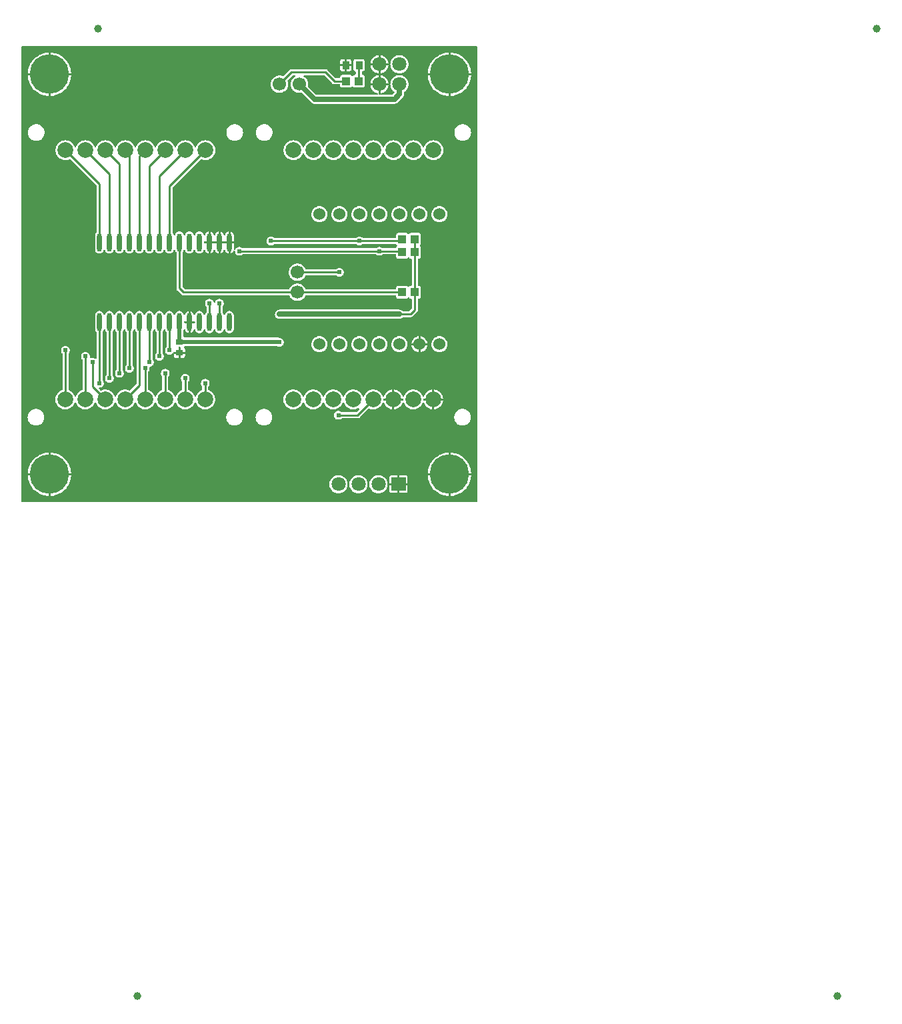
<source format=gtl>
G04 Layer: TopLayer*
G04 EasyEDA v6.5.29, 2023-07-20 18:53:58*
G04 ae0c691ece8d4f248acc8e5a997bb802,5a6b42c53f6a479593ecc07194224c93,10*
G04 Gerber Generator version 0.2*
G04 Scale: 100 percent, Rotated: No, Reflected: No *
G04 Dimensions in millimeters *
G04 leading zeros omitted , absolute positions ,4 integer and 5 decimal *
%FSLAX45Y45*%
%MOMM*%

%AMMACRO1*21,1,$1,$2,0,0,$3*%
%ADD10C,0.2540*%
%ADD11C,0.5000*%
%ADD12C,0.6350*%
%ADD13R,1.0000X1.1000*%
%ADD14R,0.9000X0.8000*%
%ADD15R,0.8999X1.0000*%
%ADD16O,0.5999988X2.2999954*%
%ADD17C,1.0000*%
%ADD18C,1.8000*%
%ADD19MACRO1,1.8X1.7X0.0000*%
%ADD20C,5.0000*%
%ADD21C,2.0000*%
%ADD22C,1.7000*%
%ADD23C,1.5240*%
%ADD24C,0.6096*%
%ADD25C,0.0163*%

%LPD*%
G36*
X5805932Y25908D02*
G01*
X36068Y26416D01*
X32156Y27178D01*
X28905Y29413D01*
X26670Y32664D01*
X25908Y36576D01*
X25908Y5805932D01*
X26670Y5809843D01*
X28905Y5813094D01*
X32156Y5815330D01*
X36068Y5816092D01*
X5805932Y5816092D01*
X5809843Y5815330D01*
X5813094Y5813094D01*
X5815330Y5809843D01*
X5816092Y5805932D01*
X5816092Y36068D01*
X5815330Y32207D01*
X5813094Y28905D01*
X5809843Y26670D01*
G37*

%LPC*%
G36*
X4456887Y5600700D02*
G01*
X4559300Y5600700D01*
X4559300Y5702960D01*
X4550308Y5701842D01*
X4536186Y5698236D01*
X4522673Y5692851D01*
X4509922Y5685840D01*
X4498136Y5677306D01*
X4487519Y5667349D01*
X4478223Y5656122D01*
X4470450Y5643829D01*
X4464253Y5630672D01*
X4459732Y5616803D01*
X4457039Y5602528D01*
G37*
G36*
X393700Y105562D02*
G01*
X398322Y105664D01*
X421284Y108051D01*
X443992Y112369D01*
X466242Y118618D01*
X487934Y126644D01*
X508812Y136499D01*
X528828Y148031D01*
X547827Y161239D01*
X565607Y175971D01*
X582117Y192125D01*
X597204Y209600D01*
X610819Y228295D01*
X622757Y248107D01*
X633018Y268782D01*
X641553Y290271D01*
X648208Y312369D01*
X653034Y334975D01*
X655929Y357936D01*
X656336Y368300D01*
X393700Y368300D01*
G37*
G36*
X5448300Y105613D02*
G01*
X5448300Y368300D01*
X5185410Y368300D01*
X5187289Y346405D01*
X5191150Y323646D01*
X5196890Y301244D01*
X5204460Y279450D01*
X5213858Y258317D01*
X5224983Y238099D01*
X5237784Y218846D01*
X5252161Y200710D01*
X5267960Y183896D01*
X5285130Y168402D01*
X5303520Y154432D01*
X5323027Y142087D01*
X5343499Y131368D01*
X5364835Y122428D01*
X5386781Y115265D01*
X5409285Y109982D01*
X5432145Y106629D01*
G37*
G36*
X368300Y105613D02*
G01*
X368300Y368300D01*
X105410Y368300D01*
X107289Y346405D01*
X111150Y323646D01*
X116890Y301244D01*
X124460Y279450D01*
X133858Y258317D01*
X144983Y238099D01*
X157784Y218846D01*
X172161Y200710D01*
X187960Y183896D01*
X205130Y168402D01*
X223520Y154432D01*
X243027Y142087D01*
X263499Y131368D01*
X284835Y122428D01*
X306781Y115265D01*
X329285Y109982D01*
X352145Y106629D01*
G37*
G36*
X4044035Y138328D02*
G01*
X4058564Y138328D01*
X4072991Y140157D01*
X4087114Y143764D01*
X4100626Y149148D01*
X4113377Y156159D01*
X4125163Y164693D01*
X4135780Y174650D01*
X4145076Y185877D01*
X4152849Y198170D01*
X4159046Y211328D01*
X4163568Y225196D01*
X4166260Y239471D01*
X4167174Y254000D01*
X4166260Y268528D01*
X4163568Y282803D01*
X4159046Y296672D01*
X4152849Y309829D01*
X4145076Y322122D01*
X4135780Y333349D01*
X4125163Y343306D01*
X4113377Y351840D01*
X4100626Y358851D01*
X4087114Y364236D01*
X4072991Y367842D01*
X4058564Y369671D01*
X4044035Y369671D01*
X4029608Y367842D01*
X4015486Y364236D01*
X4001973Y358851D01*
X3989222Y351840D01*
X3977436Y343306D01*
X3966819Y333349D01*
X3957523Y322122D01*
X3949750Y309829D01*
X3943553Y296672D01*
X3939032Y282803D01*
X3936339Y268528D01*
X3935425Y254000D01*
X3936339Y239471D01*
X3939032Y225196D01*
X3943553Y211328D01*
X3949750Y198170D01*
X3957523Y185877D01*
X3966819Y174650D01*
X3977436Y164693D01*
X3989222Y156159D01*
X4001973Y149148D01*
X4015486Y143764D01*
X4029608Y140157D01*
G37*
G36*
X4552035Y138328D02*
G01*
X4566564Y138328D01*
X4580991Y140157D01*
X4595114Y143764D01*
X4608626Y149148D01*
X4621377Y156159D01*
X4633163Y164693D01*
X4643780Y174650D01*
X4653076Y185877D01*
X4660849Y198170D01*
X4667046Y211328D01*
X4671568Y225196D01*
X4674260Y239471D01*
X4675174Y254000D01*
X4674260Y268528D01*
X4671568Y282803D01*
X4667046Y296672D01*
X4660849Y309829D01*
X4653076Y322122D01*
X4643780Y333349D01*
X4633163Y343306D01*
X4621377Y351840D01*
X4608626Y358851D01*
X4595114Y364236D01*
X4580991Y367842D01*
X4566564Y369671D01*
X4552035Y369671D01*
X4537608Y367842D01*
X4523486Y364236D01*
X4509973Y358851D01*
X4497222Y351840D01*
X4485436Y343306D01*
X4474819Y333349D01*
X4465523Y322122D01*
X4457750Y309829D01*
X4451553Y296672D01*
X4447032Y282803D01*
X4444339Y268528D01*
X4443425Y254000D01*
X4444339Y239471D01*
X4447032Y225196D01*
X4451553Y211328D01*
X4457750Y198170D01*
X4465523Y185877D01*
X4474819Y174650D01*
X4485436Y164693D01*
X4497222Y156159D01*
X4509973Y149148D01*
X4523486Y143764D01*
X4537608Y140157D01*
G37*
G36*
X4298035Y138328D02*
G01*
X4312564Y138328D01*
X4326991Y140157D01*
X4341114Y143764D01*
X4354626Y149148D01*
X4367377Y156159D01*
X4379163Y164693D01*
X4389780Y174650D01*
X4399076Y185877D01*
X4406849Y198170D01*
X4413046Y211328D01*
X4417568Y225196D01*
X4420260Y239471D01*
X4421174Y254000D01*
X4420260Y268528D01*
X4417568Y282803D01*
X4413046Y296672D01*
X4406849Y309829D01*
X4399076Y322122D01*
X4389780Y333349D01*
X4379163Y343306D01*
X4367377Y351840D01*
X4354626Y358851D01*
X4341114Y364236D01*
X4326991Y367842D01*
X4312564Y369671D01*
X4298035Y369671D01*
X4283608Y367842D01*
X4269486Y364236D01*
X4255973Y358851D01*
X4243222Y351840D01*
X4231436Y343306D01*
X4220819Y333349D01*
X4211523Y322122D01*
X4203750Y309829D01*
X4197553Y296672D01*
X4193032Y282803D01*
X4190339Y268528D01*
X4189425Y254000D01*
X4190339Y239471D01*
X4193032Y225196D01*
X4197553Y211328D01*
X4203750Y198170D01*
X4211523Y185877D01*
X4220819Y174650D01*
X4231436Y164693D01*
X4243222Y156159D01*
X4255973Y149148D01*
X4269486Y143764D01*
X4283608Y140157D01*
G37*
G36*
X4826000Y143103D02*
G01*
X4902708Y143103D01*
X4909058Y143814D01*
X4914493Y145694D01*
X4919421Y148793D01*
X4923485Y152908D01*
X4926584Y157784D01*
X4928514Y163271D01*
X4929225Y169570D01*
X4929225Y241300D01*
X4826000Y241300D01*
G37*
G36*
X4723892Y143103D02*
G01*
X4800600Y143103D01*
X4800600Y241300D01*
X4697374Y241300D01*
X4697374Y169570D01*
X4698085Y163271D01*
X4700016Y157784D01*
X4703114Y152908D01*
X4707178Y148793D01*
X4712106Y145694D01*
X4717542Y143814D01*
G37*
G36*
X4697374Y266700D02*
G01*
X4800600Y266700D01*
X4800600Y364896D01*
X4723892Y364896D01*
X4717542Y364185D01*
X4712106Y362305D01*
X4707178Y359206D01*
X4703114Y355092D01*
X4700016Y350215D01*
X4698085Y344728D01*
X4697374Y338429D01*
G37*
G36*
X4826000Y266700D02*
G01*
X4929225Y266700D01*
X4929225Y338429D01*
X4928514Y344728D01*
X4926584Y350215D01*
X4923485Y355092D01*
X4919421Y359206D01*
X4914493Y362305D01*
X4909058Y364185D01*
X4902708Y364896D01*
X4826000Y364896D01*
G37*
G36*
X5473700Y393700D02*
G01*
X5736336Y393700D01*
X5735929Y404063D01*
X5733034Y427024D01*
X5728208Y449630D01*
X5721553Y471728D01*
X5713018Y493217D01*
X5702757Y513892D01*
X5690819Y533704D01*
X5677204Y552348D01*
X5662117Y569874D01*
X5645607Y586028D01*
X5627827Y600760D01*
X5608828Y613968D01*
X5588812Y625500D01*
X5567934Y635355D01*
X5546242Y643382D01*
X5523992Y649630D01*
X5501284Y653948D01*
X5478322Y656336D01*
X5473700Y656437D01*
G37*
G36*
X393700Y393700D02*
G01*
X656336Y393700D01*
X655929Y404063D01*
X653034Y427024D01*
X648208Y449630D01*
X641553Y471728D01*
X633018Y493217D01*
X622757Y513892D01*
X610819Y533704D01*
X597204Y552348D01*
X582117Y569874D01*
X565607Y586028D01*
X547827Y600760D01*
X528828Y613968D01*
X508812Y625500D01*
X487934Y635355D01*
X466242Y643382D01*
X443992Y649630D01*
X421284Y653948D01*
X398322Y656336D01*
X393700Y656437D01*
G37*
G36*
X5185410Y393700D02*
G01*
X5448300Y393700D01*
X5448300Y656386D01*
X5432145Y655370D01*
X5409285Y652018D01*
X5386781Y646734D01*
X5364835Y639572D01*
X5343499Y630631D01*
X5323027Y619912D01*
X5303520Y607568D01*
X5285130Y593598D01*
X5267960Y578104D01*
X5252161Y561289D01*
X5237784Y543153D01*
X5224983Y523900D01*
X5213858Y503682D01*
X5204460Y482549D01*
X5196890Y460756D01*
X5191150Y438353D01*
X5187289Y415594D01*
G37*
G36*
X105410Y393700D02*
G01*
X368300Y393700D01*
X368300Y656386D01*
X352145Y655370D01*
X329285Y652018D01*
X306781Y646734D01*
X284835Y639572D01*
X263499Y630631D01*
X243027Y619912D01*
X223520Y607568D01*
X205130Y593598D01*
X187960Y578104D01*
X172161Y561289D01*
X157784Y543153D01*
X144983Y523900D01*
X133858Y503682D01*
X124460Y482549D01*
X116890Y460756D01*
X111150Y438353D01*
X107289Y415594D01*
G37*
G36*
X209804Y999032D02*
G01*
X223621Y999896D01*
X237185Y1002639D01*
X250342Y1007059D01*
X262737Y1013206D01*
X274269Y1020876D01*
X284683Y1030020D01*
X293827Y1040434D01*
X301498Y1051966D01*
X307644Y1064361D01*
X312064Y1077518D01*
X314807Y1091082D01*
X315671Y1104900D01*
X314807Y1118717D01*
X312064Y1132281D01*
X307644Y1145438D01*
X301498Y1157833D01*
X293827Y1169365D01*
X284683Y1179779D01*
X274269Y1188923D01*
X262737Y1196594D01*
X250342Y1202740D01*
X237185Y1207160D01*
X223621Y1209903D01*
X209804Y1210767D01*
X195986Y1209903D01*
X182422Y1207160D01*
X169265Y1202740D01*
X156870Y1196594D01*
X145338Y1188923D01*
X134924Y1179779D01*
X125780Y1169365D01*
X118110Y1157833D01*
X111963Y1145438D01*
X107543Y1132281D01*
X104800Y1118717D01*
X103936Y1104900D01*
X104800Y1091082D01*
X107543Y1077518D01*
X111963Y1064361D01*
X118110Y1051966D01*
X125780Y1040434D01*
X134924Y1030020D01*
X145338Y1020876D01*
X156870Y1013206D01*
X169265Y1007059D01*
X182422Y1002639D01*
X195986Y999896D01*
G37*
G36*
X2731008Y999032D02*
G01*
X2744825Y999896D01*
X2758389Y1002639D01*
X2771546Y1007059D01*
X2783941Y1013206D01*
X2795473Y1020876D01*
X2805887Y1030020D01*
X2815031Y1040434D01*
X2822702Y1051966D01*
X2828848Y1064361D01*
X2833268Y1077518D01*
X2836011Y1091082D01*
X2836875Y1104900D01*
X2836011Y1118717D01*
X2833268Y1132281D01*
X2828848Y1145438D01*
X2822702Y1157833D01*
X2815031Y1169365D01*
X2805887Y1179779D01*
X2795473Y1188923D01*
X2783941Y1196594D01*
X2771546Y1202740D01*
X2758389Y1207160D01*
X2744825Y1209903D01*
X2731008Y1210767D01*
X2717190Y1209903D01*
X2703626Y1207160D01*
X2690469Y1202740D01*
X2678074Y1196594D01*
X2666542Y1188923D01*
X2656128Y1179779D01*
X2646984Y1169365D01*
X2639314Y1157833D01*
X2633167Y1145438D01*
X2628747Y1132281D01*
X2626004Y1118717D01*
X2625140Y1104900D01*
X2626004Y1091082D01*
X2628747Y1077518D01*
X2633167Y1064361D01*
X2639314Y1051966D01*
X2646984Y1040434D01*
X2656128Y1030020D01*
X2666542Y1020876D01*
X2678074Y1013206D01*
X2690469Y1007059D01*
X2703626Y1002639D01*
X2717190Y999896D01*
G37*
G36*
X3105404Y999032D02*
G01*
X3119221Y999896D01*
X3132785Y1002639D01*
X3145942Y1007059D01*
X3158337Y1013206D01*
X3169869Y1020876D01*
X3180283Y1030020D01*
X3189427Y1040434D01*
X3197098Y1051966D01*
X3203244Y1064361D01*
X3207664Y1077518D01*
X3210407Y1091082D01*
X3211271Y1104900D01*
X3210407Y1118717D01*
X3207664Y1132281D01*
X3203244Y1145438D01*
X3197098Y1157833D01*
X3189427Y1169365D01*
X3180283Y1179779D01*
X3169869Y1188923D01*
X3158337Y1196594D01*
X3145942Y1202740D01*
X3132785Y1207160D01*
X3119221Y1209903D01*
X3105404Y1210767D01*
X3091586Y1209903D01*
X3078022Y1207160D01*
X3064865Y1202740D01*
X3052470Y1196594D01*
X3040938Y1188923D01*
X3030524Y1179779D01*
X3021380Y1169365D01*
X3013710Y1157833D01*
X3007563Y1145438D01*
X3003143Y1132281D01*
X3000400Y1118717D01*
X2999536Y1104900D01*
X3000400Y1091082D01*
X3003143Y1077518D01*
X3007563Y1064361D01*
X3013710Y1051966D01*
X3021380Y1040434D01*
X3030524Y1030020D01*
X3040938Y1020876D01*
X3052470Y1013206D01*
X3064865Y1007059D01*
X3078022Y1002639D01*
X3091586Y999896D01*
G37*
G36*
X5626608Y999032D02*
G01*
X5640425Y999896D01*
X5653989Y1002639D01*
X5667095Y1007059D01*
X5679541Y1013206D01*
X5691022Y1020876D01*
X5701436Y1030020D01*
X5710580Y1040434D01*
X5718302Y1051966D01*
X5724398Y1064361D01*
X5728868Y1077518D01*
X5731560Y1091082D01*
X5732475Y1104900D01*
X5731560Y1118717D01*
X5728868Y1132281D01*
X5724398Y1145438D01*
X5718302Y1157833D01*
X5710580Y1169365D01*
X5701436Y1179779D01*
X5691022Y1188923D01*
X5679541Y1196594D01*
X5667095Y1202740D01*
X5653989Y1207160D01*
X5640425Y1209903D01*
X5626608Y1210767D01*
X5612739Y1209903D01*
X5599176Y1207160D01*
X5586069Y1202740D01*
X5573623Y1196594D01*
X5562142Y1188923D01*
X5551728Y1179779D01*
X5542584Y1169365D01*
X5534863Y1157833D01*
X5528767Y1145438D01*
X5524296Y1132281D01*
X5521604Y1118717D01*
X5520690Y1104900D01*
X5521604Y1091082D01*
X5524296Y1077518D01*
X5528767Y1064361D01*
X5534863Y1051966D01*
X5542584Y1040434D01*
X5551728Y1030020D01*
X5562142Y1020876D01*
X5573623Y1013206D01*
X5586069Y1007059D01*
X5599176Y1002639D01*
X5612739Y999896D01*
G37*
G36*
X4051300Y1073962D02*
G01*
X4061104Y1074826D01*
X4070553Y1077366D01*
X4079494Y1081481D01*
X4087520Y1087120D01*
X4089095Y1088694D01*
X4092397Y1090930D01*
X4096308Y1091692D01*
X4292904Y1091692D01*
X4300931Y1092504D01*
X4308144Y1094689D01*
X4314850Y1098245D01*
X4321048Y1103376D01*
X4430674Y1212951D01*
X4434078Y1215186D01*
X4438040Y1215948D01*
X4442002Y1215034D01*
X4448352Y1212189D01*
X4462881Y1207668D01*
X4477816Y1204925D01*
X4493006Y1204010D01*
X4508195Y1204925D01*
X4523130Y1207668D01*
X4537659Y1212189D01*
X4551527Y1218438D01*
X4564532Y1226312D01*
X4576470Y1235659D01*
X4587240Y1246428D01*
X4596587Y1258366D01*
X4604461Y1271371D01*
X4610760Y1285290D01*
X4612944Y1288491D01*
X4616196Y1290574D01*
X4620006Y1291285D01*
X4623816Y1290574D01*
X4627067Y1288491D01*
X4629251Y1285290D01*
X4635550Y1271371D01*
X4643424Y1258366D01*
X4652772Y1246428D01*
X4663541Y1235659D01*
X4675479Y1226312D01*
X4688484Y1218438D01*
X4702352Y1212189D01*
X4716881Y1207668D01*
X4731816Y1204925D01*
X4734306Y1204772D01*
X4734306Y1317193D01*
X4628896Y1317193D01*
X4625035Y1317955D01*
X4621733Y1320190D01*
X4619548Y1323441D01*
X4618736Y1327353D01*
X4618736Y1332433D01*
X4619548Y1336344D01*
X4621733Y1339596D01*
X4625035Y1341831D01*
X4628896Y1342593D01*
X4734306Y1342593D01*
X4734306Y1455013D01*
X4731816Y1454861D01*
X4716881Y1452118D01*
X4702352Y1447596D01*
X4688484Y1441348D01*
X4675479Y1433474D01*
X4663541Y1424127D01*
X4652772Y1413357D01*
X4643424Y1401419D01*
X4635550Y1388414D01*
X4629251Y1374495D01*
X4627067Y1371295D01*
X4623816Y1369212D01*
X4620006Y1368501D01*
X4616196Y1369212D01*
X4612944Y1371295D01*
X4610760Y1374495D01*
X4604461Y1388414D01*
X4596587Y1401419D01*
X4587240Y1413357D01*
X4576470Y1424127D01*
X4564532Y1433474D01*
X4551527Y1441348D01*
X4537659Y1447596D01*
X4523130Y1452118D01*
X4508195Y1454861D01*
X4493006Y1455775D01*
X4477816Y1454861D01*
X4462881Y1452118D01*
X4448352Y1447596D01*
X4434484Y1441348D01*
X4421479Y1433474D01*
X4409541Y1424127D01*
X4398772Y1413357D01*
X4389424Y1401419D01*
X4381550Y1388414D01*
X4375251Y1374495D01*
X4373067Y1371295D01*
X4369816Y1369212D01*
X4366006Y1368501D01*
X4362196Y1369212D01*
X4358944Y1371295D01*
X4356760Y1374495D01*
X4350461Y1388414D01*
X4342587Y1401419D01*
X4333240Y1413357D01*
X4322470Y1424127D01*
X4310532Y1433474D01*
X4297527Y1441348D01*
X4283659Y1447596D01*
X4269130Y1452118D01*
X4254195Y1454861D01*
X4239006Y1455775D01*
X4223816Y1454861D01*
X4208881Y1452118D01*
X4194352Y1447596D01*
X4180484Y1441348D01*
X4167479Y1433474D01*
X4155541Y1424127D01*
X4144772Y1413357D01*
X4135424Y1401419D01*
X4127550Y1388414D01*
X4121251Y1374495D01*
X4119067Y1371295D01*
X4115815Y1369212D01*
X4112006Y1368501D01*
X4108196Y1369212D01*
X4104944Y1371295D01*
X4102760Y1374495D01*
X4096461Y1388414D01*
X4088587Y1401419D01*
X4079240Y1413357D01*
X4068470Y1424127D01*
X4056532Y1433474D01*
X4043527Y1441348D01*
X4029659Y1447596D01*
X4015130Y1452118D01*
X4000195Y1454861D01*
X3985006Y1455775D01*
X3969816Y1454861D01*
X3954881Y1452118D01*
X3940352Y1447596D01*
X3926484Y1441348D01*
X3913479Y1433474D01*
X3901541Y1424127D01*
X3890772Y1413357D01*
X3881424Y1401419D01*
X3873550Y1388414D01*
X3867251Y1374495D01*
X3865067Y1371295D01*
X3861815Y1369212D01*
X3858006Y1368501D01*
X3854196Y1369212D01*
X3850944Y1371295D01*
X3848760Y1374495D01*
X3842461Y1388414D01*
X3834587Y1401419D01*
X3825240Y1413357D01*
X3814470Y1424127D01*
X3802532Y1433474D01*
X3789527Y1441348D01*
X3775659Y1447596D01*
X3761130Y1452118D01*
X3746195Y1454861D01*
X3731006Y1455775D01*
X3715816Y1454861D01*
X3700881Y1452118D01*
X3686352Y1447596D01*
X3672484Y1441348D01*
X3659479Y1433474D01*
X3647541Y1424127D01*
X3636772Y1413357D01*
X3627424Y1401419D01*
X3619550Y1388414D01*
X3613251Y1374495D01*
X3611067Y1371295D01*
X3607815Y1369212D01*
X3604006Y1368501D01*
X3600196Y1369212D01*
X3596944Y1371295D01*
X3594760Y1374495D01*
X3588461Y1388414D01*
X3580587Y1401419D01*
X3571240Y1413357D01*
X3560470Y1424127D01*
X3548532Y1433474D01*
X3535527Y1441348D01*
X3521659Y1447596D01*
X3507130Y1452118D01*
X3492195Y1454861D01*
X3477006Y1455775D01*
X3461816Y1454861D01*
X3446881Y1452118D01*
X3432352Y1447596D01*
X3418484Y1441348D01*
X3405479Y1433474D01*
X3393541Y1424127D01*
X3382772Y1413357D01*
X3373424Y1401419D01*
X3365550Y1388414D01*
X3359302Y1374546D01*
X3354781Y1360017D01*
X3352037Y1345082D01*
X3351123Y1329893D01*
X3352037Y1314704D01*
X3354781Y1299768D01*
X3359302Y1285240D01*
X3365550Y1271371D01*
X3373424Y1258366D01*
X3382772Y1246428D01*
X3393541Y1235659D01*
X3405479Y1226312D01*
X3418484Y1218438D01*
X3432352Y1212189D01*
X3446881Y1207668D01*
X3461816Y1204925D01*
X3477006Y1204010D01*
X3492195Y1204925D01*
X3507130Y1207668D01*
X3521659Y1212189D01*
X3535527Y1218438D01*
X3548532Y1226312D01*
X3560470Y1235659D01*
X3571240Y1246428D01*
X3580587Y1258366D01*
X3588461Y1271371D01*
X3594760Y1285290D01*
X3596944Y1288491D01*
X3600196Y1290574D01*
X3604006Y1291285D01*
X3607815Y1290574D01*
X3611067Y1288491D01*
X3613251Y1285290D01*
X3619550Y1271371D01*
X3627424Y1258366D01*
X3636772Y1246428D01*
X3647541Y1235659D01*
X3659479Y1226312D01*
X3672484Y1218438D01*
X3686352Y1212189D01*
X3700881Y1207668D01*
X3715816Y1204925D01*
X3731006Y1204010D01*
X3746195Y1204925D01*
X3761130Y1207668D01*
X3775659Y1212189D01*
X3789527Y1218438D01*
X3802532Y1226312D01*
X3814470Y1235659D01*
X3825240Y1246428D01*
X3834587Y1258366D01*
X3842461Y1271371D01*
X3848760Y1285290D01*
X3850944Y1288491D01*
X3854196Y1290574D01*
X3858006Y1291285D01*
X3861815Y1290574D01*
X3865067Y1288491D01*
X3867251Y1285290D01*
X3873550Y1271371D01*
X3881424Y1258366D01*
X3890772Y1246428D01*
X3901541Y1235659D01*
X3913479Y1226312D01*
X3926484Y1218438D01*
X3940352Y1212189D01*
X3954881Y1207668D01*
X3969816Y1204925D01*
X3985006Y1204010D01*
X4000195Y1204925D01*
X4015130Y1207668D01*
X4029659Y1212189D01*
X4043527Y1218438D01*
X4056532Y1226312D01*
X4068470Y1235659D01*
X4079240Y1246428D01*
X4088587Y1258366D01*
X4096461Y1271371D01*
X4102760Y1285290D01*
X4104944Y1288491D01*
X4108196Y1290574D01*
X4112006Y1291285D01*
X4115815Y1290574D01*
X4119067Y1288491D01*
X4121251Y1285290D01*
X4127550Y1271371D01*
X4135424Y1258366D01*
X4144772Y1246428D01*
X4155541Y1235659D01*
X4167479Y1226312D01*
X4180484Y1218438D01*
X4194352Y1212189D01*
X4208881Y1207668D01*
X4223816Y1204925D01*
X4239006Y1204010D01*
X4254195Y1204925D01*
X4269130Y1207668D01*
X4283659Y1212189D01*
X4297527Y1218438D01*
X4300321Y1220114D01*
X4304233Y1221486D01*
X4308398Y1221181D01*
X4312107Y1219200D01*
X4314698Y1215898D01*
X4315714Y1211884D01*
X4315053Y1207719D01*
X4312767Y1204214D01*
X4280408Y1171905D01*
X4277106Y1169670D01*
X4273194Y1168908D01*
X4096308Y1168908D01*
X4092397Y1169670D01*
X4089095Y1171905D01*
X4087520Y1173480D01*
X4079494Y1179118D01*
X4070553Y1183233D01*
X4061104Y1185773D01*
X4051300Y1186637D01*
X4041495Y1185773D01*
X4032046Y1183233D01*
X4023106Y1179118D01*
X4015079Y1173480D01*
X4008120Y1166520D01*
X4002481Y1158494D01*
X3998366Y1149553D01*
X3995826Y1140104D01*
X3994962Y1130300D01*
X3995826Y1120495D01*
X3998366Y1111046D01*
X4002481Y1102106D01*
X4008120Y1094079D01*
X4015079Y1087120D01*
X4023106Y1081481D01*
X4032046Y1077366D01*
X4041495Y1074826D01*
G37*
G36*
X4584700Y5600700D02*
G01*
X4687112Y5600700D01*
X4686960Y5602528D01*
X4684268Y5616803D01*
X4679746Y5630672D01*
X4673549Y5643829D01*
X4665776Y5656122D01*
X4656480Y5667349D01*
X4645863Y5677306D01*
X4634077Y5685840D01*
X4621326Y5692851D01*
X4607814Y5698236D01*
X4593691Y5701842D01*
X4584700Y5702960D01*
G37*
G36*
X5001006Y1204010D02*
G01*
X5016195Y1204925D01*
X5031130Y1207668D01*
X5045659Y1212189D01*
X5059527Y1218438D01*
X5072532Y1226312D01*
X5084470Y1235659D01*
X5095240Y1246428D01*
X5104587Y1258366D01*
X5112461Y1271371D01*
X5118760Y1285290D01*
X5120944Y1288491D01*
X5124196Y1290574D01*
X5128006Y1291285D01*
X5131816Y1290574D01*
X5135067Y1288491D01*
X5137251Y1285290D01*
X5143550Y1271371D01*
X5151424Y1258366D01*
X5160772Y1246428D01*
X5171541Y1235659D01*
X5183479Y1226312D01*
X5196484Y1218438D01*
X5210352Y1212189D01*
X5224881Y1207668D01*
X5239816Y1204925D01*
X5242306Y1204772D01*
X5242306Y1317193D01*
X5136896Y1317193D01*
X5133035Y1317955D01*
X5129733Y1320190D01*
X5127548Y1323441D01*
X5126736Y1327353D01*
X5126736Y1332433D01*
X5127548Y1336344D01*
X5129733Y1339596D01*
X5133035Y1341831D01*
X5136896Y1342593D01*
X5242306Y1342593D01*
X5242306Y1455013D01*
X5239816Y1454861D01*
X5224881Y1452118D01*
X5210352Y1447596D01*
X5196484Y1441348D01*
X5183479Y1433474D01*
X5171541Y1424127D01*
X5160772Y1413357D01*
X5151424Y1401419D01*
X5143550Y1388414D01*
X5137251Y1374495D01*
X5135067Y1371295D01*
X5131816Y1369212D01*
X5128006Y1368501D01*
X5124196Y1369212D01*
X5120944Y1371295D01*
X5118760Y1374495D01*
X5112461Y1388414D01*
X5104587Y1401419D01*
X5095240Y1413357D01*
X5084470Y1424127D01*
X5072532Y1433474D01*
X5059527Y1441348D01*
X5045659Y1447596D01*
X5031130Y1452118D01*
X5016195Y1454861D01*
X5001006Y1455775D01*
X4985816Y1454861D01*
X4970881Y1452118D01*
X4956352Y1447596D01*
X4942484Y1441348D01*
X4929479Y1433474D01*
X4917541Y1424127D01*
X4906772Y1413357D01*
X4897424Y1401419D01*
X4889550Y1388414D01*
X4883251Y1374495D01*
X4881067Y1371295D01*
X4877816Y1369212D01*
X4874006Y1368501D01*
X4870196Y1369212D01*
X4866944Y1371295D01*
X4864760Y1374495D01*
X4858461Y1388414D01*
X4850587Y1401419D01*
X4841240Y1413357D01*
X4830470Y1424127D01*
X4818532Y1433474D01*
X4805527Y1441348D01*
X4791659Y1447596D01*
X4777130Y1452118D01*
X4762195Y1454861D01*
X4759706Y1455013D01*
X4759706Y1342593D01*
X4865116Y1342593D01*
X4868976Y1341831D01*
X4872278Y1339596D01*
X4874463Y1336344D01*
X4875276Y1332433D01*
X4875276Y1327353D01*
X4874463Y1323441D01*
X4872278Y1320190D01*
X4868976Y1317955D01*
X4865116Y1317193D01*
X4759706Y1317193D01*
X4759706Y1204772D01*
X4762195Y1204925D01*
X4777130Y1207668D01*
X4791659Y1212189D01*
X4805527Y1218438D01*
X4818532Y1226312D01*
X4830470Y1235659D01*
X4841240Y1246428D01*
X4850587Y1258366D01*
X4858461Y1271371D01*
X4864760Y1285290D01*
X4866944Y1288491D01*
X4870196Y1290574D01*
X4874006Y1291285D01*
X4877816Y1290574D01*
X4881067Y1288491D01*
X4883251Y1285290D01*
X4889550Y1271371D01*
X4897424Y1258366D01*
X4906772Y1246428D01*
X4917541Y1235659D01*
X4929479Y1226312D01*
X4942484Y1218438D01*
X4956352Y1212189D01*
X4970881Y1207668D01*
X4985816Y1204925D01*
G37*
G36*
X4073194Y5588000D02*
G01*
X4131411Y5588000D01*
X4131411Y5651195D01*
X4099661Y5651195D01*
X4093362Y5650484D01*
X4087876Y5648604D01*
X4082999Y5645505D01*
X4078884Y5641390D01*
X4075785Y5636514D01*
X4073906Y5631027D01*
X4073194Y5624728D01*
G37*
G36*
X4156811Y5588000D02*
G01*
X4214977Y5588000D01*
X4214977Y5624728D01*
X4214266Y5631027D01*
X4212386Y5636514D01*
X4209288Y5641390D01*
X4205224Y5645505D01*
X4200296Y5648604D01*
X4194860Y5650484D01*
X4188510Y5651195D01*
X4156811Y5651195D01*
G37*
G36*
X4156811Y5499404D02*
G01*
X4188510Y5499404D01*
X4194860Y5500116D01*
X4200296Y5501995D01*
X4205224Y5505094D01*
X4209288Y5509158D01*
X4212386Y5514086D01*
X4214266Y5519521D01*
X4214977Y5525871D01*
X4214977Y5562600D01*
X4156811Y5562600D01*
G37*
G36*
X4099661Y5499404D02*
G01*
X4131411Y5499404D01*
X4131411Y5562600D01*
X4073194Y5562600D01*
X4073194Y5525871D01*
X4073906Y5519521D01*
X4075785Y5514086D01*
X4078884Y5509158D01*
X4082999Y5505094D01*
X4087876Y5501995D01*
X4093362Y5500116D01*
G37*
G36*
X105410Y5473700D02*
G01*
X368300Y5473700D01*
X368300Y5736386D01*
X352145Y5735370D01*
X329285Y5732018D01*
X306781Y5726734D01*
X284835Y5719572D01*
X263499Y5710631D01*
X243027Y5699912D01*
X223520Y5687568D01*
X205130Y5673598D01*
X187960Y5658104D01*
X172161Y5641289D01*
X157784Y5623153D01*
X144983Y5603900D01*
X133858Y5583682D01*
X124460Y5562549D01*
X116890Y5540756D01*
X111150Y5518353D01*
X107289Y5495594D01*
G37*
G36*
X581406Y1204010D02*
G01*
X596595Y1204925D01*
X611530Y1207668D01*
X626059Y1212189D01*
X639927Y1218438D01*
X652932Y1226312D01*
X664870Y1235659D01*
X675640Y1246428D01*
X684987Y1258366D01*
X692861Y1271371D01*
X699160Y1285290D01*
X701344Y1288491D01*
X704596Y1290574D01*
X708406Y1291285D01*
X712216Y1290574D01*
X715467Y1288491D01*
X717651Y1285290D01*
X723950Y1271371D01*
X731824Y1258366D01*
X741172Y1246428D01*
X751941Y1235659D01*
X763879Y1226312D01*
X776884Y1218438D01*
X790752Y1212189D01*
X805281Y1207668D01*
X820216Y1204925D01*
X835406Y1204010D01*
X850595Y1204925D01*
X865530Y1207668D01*
X880059Y1212189D01*
X893927Y1218438D01*
X906932Y1226312D01*
X918870Y1235659D01*
X929640Y1246428D01*
X938987Y1258366D01*
X946861Y1271371D01*
X953160Y1285290D01*
X955344Y1288491D01*
X958596Y1290574D01*
X962406Y1291285D01*
X966216Y1290574D01*
X969467Y1288491D01*
X971651Y1285290D01*
X977950Y1271371D01*
X985824Y1258366D01*
X995171Y1246428D01*
X1005941Y1235659D01*
X1017879Y1226312D01*
X1030884Y1218438D01*
X1044752Y1212189D01*
X1059281Y1207668D01*
X1074216Y1204925D01*
X1089406Y1204010D01*
X1104595Y1204925D01*
X1119530Y1207668D01*
X1134059Y1212189D01*
X1147927Y1218438D01*
X1160932Y1226312D01*
X1172870Y1235659D01*
X1183640Y1246428D01*
X1192987Y1258366D01*
X1200861Y1271371D01*
X1207160Y1285290D01*
X1209344Y1288491D01*
X1212596Y1290574D01*
X1216406Y1291285D01*
X1220216Y1290574D01*
X1223467Y1288491D01*
X1225651Y1285290D01*
X1231950Y1271371D01*
X1239824Y1258366D01*
X1249172Y1246428D01*
X1259941Y1235659D01*
X1271879Y1226312D01*
X1284884Y1218438D01*
X1298752Y1212189D01*
X1313281Y1207668D01*
X1328216Y1204925D01*
X1343406Y1204010D01*
X1358595Y1204925D01*
X1373530Y1207668D01*
X1388059Y1212189D01*
X1401927Y1218438D01*
X1414932Y1226312D01*
X1426870Y1235659D01*
X1437640Y1246428D01*
X1446987Y1258366D01*
X1454861Y1271371D01*
X1461160Y1285290D01*
X1463344Y1288491D01*
X1466596Y1290574D01*
X1470406Y1291285D01*
X1474216Y1290574D01*
X1477467Y1288491D01*
X1479651Y1285290D01*
X1485950Y1271371D01*
X1493824Y1258366D01*
X1503172Y1246428D01*
X1513941Y1235659D01*
X1525879Y1226312D01*
X1538884Y1218438D01*
X1552752Y1212189D01*
X1567281Y1207668D01*
X1582216Y1204925D01*
X1597406Y1204010D01*
X1612595Y1204925D01*
X1627530Y1207668D01*
X1642059Y1212189D01*
X1655927Y1218438D01*
X1668932Y1226312D01*
X1680870Y1235659D01*
X1691639Y1246428D01*
X1700987Y1258366D01*
X1708861Y1271371D01*
X1715160Y1285290D01*
X1717344Y1288491D01*
X1720596Y1290574D01*
X1724406Y1291285D01*
X1728216Y1290574D01*
X1731467Y1288491D01*
X1733651Y1285290D01*
X1739950Y1271371D01*
X1747824Y1258366D01*
X1757172Y1246428D01*
X1767941Y1235659D01*
X1779879Y1226312D01*
X1792884Y1218438D01*
X1806752Y1212189D01*
X1821281Y1207668D01*
X1836216Y1204925D01*
X1851406Y1204010D01*
X1866595Y1204925D01*
X1881530Y1207668D01*
X1896059Y1212189D01*
X1909927Y1218438D01*
X1922932Y1226312D01*
X1934870Y1235659D01*
X1945639Y1246428D01*
X1954987Y1258366D01*
X1962861Y1271371D01*
X1969160Y1285290D01*
X1971344Y1288491D01*
X1974596Y1290574D01*
X1978406Y1291285D01*
X1982216Y1290574D01*
X1985467Y1288491D01*
X1987651Y1285290D01*
X1993950Y1271371D01*
X2001824Y1258366D01*
X2011172Y1246428D01*
X2021941Y1235659D01*
X2033879Y1226312D01*
X2046884Y1218438D01*
X2060752Y1212189D01*
X2075281Y1207668D01*
X2090216Y1204925D01*
X2105406Y1204010D01*
X2120595Y1204925D01*
X2135530Y1207668D01*
X2150059Y1212189D01*
X2163927Y1218438D01*
X2176932Y1226312D01*
X2188870Y1235659D01*
X2199640Y1246428D01*
X2208987Y1258366D01*
X2216861Y1271371D01*
X2223160Y1285290D01*
X2225344Y1288491D01*
X2228596Y1290574D01*
X2232406Y1291285D01*
X2236216Y1290574D01*
X2239467Y1288491D01*
X2241651Y1285290D01*
X2247950Y1271371D01*
X2255824Y1258366D01*
X2265172Y1246428D01*
X2275941Y1235659D01*
X2287879Y1226312D01*
X2300884Y1218438D01*
X2314752Y1212189D01*
X2329281Y1207668D01*
X2344216Y1204925D01*
X2359406Y1204010D01*
X2374595Y1204925D01*
X2389530Y1207668D01*
X2404059Y1212189D01*
X2417927Y1218438D01*
X2430932Y1226312D01*
X2442870Y1235659D01*
X2453640Y1246428D01*
X2462987Y1258366D01*
X2470861Y1271371D01*
X2477109Y1285240D01*
X2481630Y1299768D01*
X2484374Y1314704D01*
X2485288Y1329893D01*
X2484374Y1345082D01*
X2481630Y1360017D01*
X2477109Y1374546D01*
X2470861Y1388414D01*
X2462987Y1401419D01*
X2453640Y1413357D01*
X2442870Y1424127D01*
X2430932Y1433474D01*
X2417927Y1441348D01*
X2404008Y1447596D01*
X2400858Y1449832D01*
X2398725Y1453083D01*
X2398014Y1456893D01*
X2398014Y1491691D01*
X2398776Y1495602D01*
X2401011Y1498904D01*
X2402586Y1500479D01*
X2408224Y1508506D01*
X2412339Y1517446D01*
X2414879Y1526895D01*
X2415743Y1536700D01*
X2414879Y1546504D01*
X2412339Y1555953D01*
X2408224Y1564894D01*
X2402586Y1572920D01*
X2395626Y1579880D01*
X2387600Y1585518D01*
X2378659Y1589633D01*
X2369210Y1592173D01*
X2359406Y1593037D01*
X2349601Y1592173D01*
X2340152Y1589633D01*
X2331212Y1585518D01*
X2323185Y1579880D01*
X2316226Y1572920D01*
X2310587Y1564894D01*
X2306472Y1555953D01*
X2303932Y1546504D01*
X2303068Y1536700D01*
X2303932Y1526895D01*
X2306472Y1517446D01*
X2310587Y1508506D01*
X2316226Y1500479D01*
X2317800Y1498904D01*
X2320036Y1495602D01*
X2320798Y1491691D01*
X2320798Y1456893D01*
X2320086Y1453083D01*
X2317953Y1449832D01*
X2314803Y1447596D01*
X2300884Y1441348D01*
X2287879Y1433474D01*
X2275941Y1424127D01*
X2265172Y1413357D01*
X2255824Y1401419D01*
X2247950Y1388414D01*
X2241651Y1374495D01*
X2239467Y1371295D01*
X2236216Y1369212D01*
X2232406Y1368501D01*
X2228596Y1369212D01*
X2225344Y1371295D01*
X2223160Y1374495D01*
X2216861Y1388414D01*
X2208987Y1401419D01*
X2199640Y1413357D01*
X2188870Y1424127D01*
X2176932Y1433474D01*
X2163927Y1441348D01*
X2150008Y1447596D01*
X2146858Y1449832D01*
X2144725Y1453083D01*
X2144014Y1456893D01*
X2144014Y1555191D01*
X2144776Y1559102D01*
X2147011Y1562404D01*
X2148586Y1563979D01*
X2154224Y1572006D01*
X2158339Y1580946D01*
X2160879Y1590395D01*
X2161743Y1600200D01*
X2160879Y1610004D01*
X2158339Y1619453D01*
X2154224Y1628394D01*
X2148586Y1636420D01*
X2141626Y1643380D01*
X2133600Y1649018D01*
X2124659Y1653133D01*
X2115210Y1655673D01*
X2105406Y1656537D01*
X2095601Y1655673D01*
X2086152Y1653133D01*
X2077212Y1649018D01*
X2069185Y1643380D01*
X2062225Y1636420D01*
X2056587Y1628394D01*
X2052472Y1619453D01*
X2049932Y1610004D01*
X2049068Y1600200D01*
X2049932Y1590395D01*
X2052472Y1580946D01*
X2056587Y1572006D01*
X2062225Y1563979D01*
X2063800Y1562404D01*
X2066036Y1559102D01*
X2066798Y1555191D01*
X2066798Y1456893D01*
X2066086Y1453083D01*
X2063953Y1449832D01*
X2060803Y1447596D01*
X2046884Y1441348D01*
X2033879Y1433474D01*
X2021941Y1424127D01*
X2011172Y1413357D01*
X2001824Y1401419D01*
X1993950Y1388414D01*
X1987651Y1374495D01*
X1985467Y1371295D01*
X1982216Y1369212D01*
X1978406Y1368501D01*
X1974596Y1369212D01*
X1971344Y1371295D01*
X1969160Y1374495D01*
X1962861Y1388414D01*
X1954987Y1401419D01*
X1945639Y1413357D01*
X1934870Y1424127D01*
X1922932Y1433474D01*
X1909927Y1441348D01*
X1896008Y1447596D01*
X1892858Y1449832D01*
X1890725Y1453083D01*
X1890014Y1456893D01*
X1890014Y1618691D01*
X1890775Y1622602D01*
X1893011Y1625904D01*
X1894586Y1627479D01*
X1900224Y1635506D01*
X1904339Y1644446D01*
X1906879Y1653895D01*
X1907743Y1663700D01*
X1906879Y1673504D01*
X1904339Y1682953D01*
X1900224Y1691893D01*
X1894586Y1699920D01*
X1887626Y1706880D01*
X1879600Y1712518D01*
X1870659Y1716633D01*
X1861210Y1719173D01*
X1851406Y1720037D01*
X1841601Y1719173D01*
X1832152Y1716633D01*
X1823212Y1712518D01*
X1815185Y1706880D01*
X1808225Y1699920D01*
X1802587Y1691893D01*
X1798472Y1682953D01*
X1795932Y1673504D01*
X1795068Y1663700D01*
X1795932Y1653895D01*
X1798472Y1644446D01*
X1802587Y1635506D01*
X1808225Y1627479D01*
X1809800Y1625904D01*
X1812036Y1622602D01*
X1812798Y1618691D01*
X1812798Y1456893D01*
X1812086Y1453083D01*
X1809953Y1449832D01*
X1806803Y1447596D01*
X1792884Y1441348D01*
X1779879Y1433474D01*
X1767941Y1424127D01*
X1757172Y1413357D01*
X1747824Y1401419D01*
X1739950Y1388414D01*
X1733651Y1374495D01*
X1731467Y1371295D01*
X1728216Y1369212D01*
X1724406Y1368501D01*
X1720596Y1369212D01*
X1717344Y1371295D01*
X1715160Y1374495D01*
X1708861Y1388414D01*
X1700987Y1401419D01*
X1691639Y1413357D01*
X1680870Y1424127D01*
X1668932Y1433474D01*
X1655927Y1441348D01*
X1642008Y1447596D01*
X1638858Y1449832D01*
X1636725Y1453083D01*
X1636014Y1456893D01*
X1636014Y1682191D01*
X1636776Y1686102D01*
X1639011Y1689404D01*
X1640586Y1690979D01*
X1646224Y1699006D01*
X1650339Y1707946D01*
X1652879Y1717395D01*
X1653743Y1727200D01*
X1652879Y1737106D01*
X1653184Y1740611D01*
X1654708Y1743811D01*
X1657197Y1746300D01*
X1660398Y1747774D01*
X1670253Y1750466D01*
X1679193Y1754581D01*
X1687220Y1760220D01*
X1694180Y1767179D01*
X1699818Y1775206D01*
X1703933Y1784146D01*
X1706473Y1793595D01*
X1707337Y1803400D01*
X1706473Y1813204D01*
X1703933Y1822653D01*
X1699818Y1831593D01*
X1694180Y1839620D01*
X1692605Y1841195D01*
X1690370Y1844497D01*
X1689607Y1848408D01*
X1689607Y2184349D01*
X1690370Y2188210D01*
X1692605Y2191512D01*
X1693773Y2192731D01*
X1699361Y2200706D01*
X1703476Y2209546D01*
X1704695Y2213965D01*
X1706727Y2217877D01*
X1710182Y2220569D01*
X1714500Y2221484D01*
X1718818Y2220569D01*
X1722272Y2217877D01*
X1724304Y2213965D01*
X1725523Y2209546D01*
X1729638Y2200706D01*
X1735226Y2192731D01*
X1736394Y2191512D01*
X1738630Y2188210D01*
X1739392Y2184349D01*
X1739392Y1924608D01*
X1738630Y1920697D01*
X1736394Y1917395D01*
X1734820Y1915820D01*
X1729181Y1907793D01*
X1725066Y1898853D01*
X1722526Y1889404D01*
X1721662Y1879600D01*
X1722526Y1869795D01*
X1725066Y1860346D01*
X1729181Y1851406D01*
X1734820Y1843379D01*
X1741779Y1836420D01*
X1749806Y1830781D01*
X1758746Y1826666D01*
X1768195Y1824126D01*
X1778000Y1823262D01*
X1787804Y1824126D01*
X1797253Y1826666D01*
X1806193Y1830781D01*
X1814220Y1836420D01*
X1821180Y1843379D01*
X1826818Y1851406D01*
X1830933Y1860346D01*
X1833473Y1869795D01*
X1834337Y1879600D01*
X1833473Y1889404D01*
X1830933Y1898853D01*
X1826818Y1907793D01*
X1821180Y1915820D01*
X1819605Y1917395D01*
X1817370Y1920697D01*
X1816607Y1924608D01*
X1816607Y2184349D01*
X1817370Y2188210D01*
X1819605Y2191512D01*
X1820773Y2192731D01*
X1826361Y2200706D01*
X1830476Y2209546D01*
X1831695Y2213965D01*
X1833727Y2217877D01*
X1837182Y2220569D01*
X1841500Y2221484D01*
X1845818Y2220569D01*
X1849272Y2217877D01*
X1851304Y2213965D01*
X1852523Y2209546D01*
X1856638Y2200706D01*
X1862226Y2192731D01*
X1863394Y2191512D01*
X1865630Y2188210D01*
X1866392Y2184349D01*
X1866392Y2000808D01*
X1865630Y1996897D01*
X1863394Y1993595D01*
X1861820Y1992020D01*
X1856181Y1983993D01*
X1852066Y1975053D01*
X1849526Y1965604D01*
X1848662Y1955800D01*
X1849526Y1945995D01*
X1852066Y1936546D01*
X1856181Y1927606D01*
X1861820Y1919579D01*
X1868779Y1912620D01*
X1876806Y1906981D01*
X1885746Y1902866D01*
X1895195Y1900326D01*
X1905000Y1899462D01*
X1914804Y1900326D01*
X1924253Y1902866D01*
X1933193Y1906981D01*
X1941220Y1912620D01*
X1943709Y1915160D01*
X1947011Y1917344D01*
X1950923Y1918106D01*
X1952243Y1917954D01*
X1951685Y1922068D01*
X1952802Y1926031D01*
X1955444Y1931111D01*
X1957679Y1934006D01*
X1960829Y1935937D01*
X1964436Y1936597D01*
X2019300Y1936597D01*
X2019300Y1987804D01*
X2020062Y1991715D01*
X2022246Y1995017D01*
X2025548Y1997202D01*
X2029460Y1997964D01*
X2034539Y1997964D01*
X2038400Y1997202D01*
X2041702Y1995017D01*
X2043887Y1991715D01*
X2044700Y1987804D01*
X2044700Y1936597D01*
X2102866Y1936597D01*
X2102866Y1963318D01*
X2102154Y1969668D01*
X2100275Y1975104D01*
X2097176Y1980031D01*
X2093112Y1984095D01*
X2091232Y1985314D01*
X2088286Y1988108D01*
X2086660Y1991868D01*
X2086660Y1995932D01*
X2088286Y1999691D01*
X2091232Y2002485D01*
X2093112Y2003653D01*
X2099767Y2010765D01*
X2102713Y2012442D01*
X2106066Y2013000D01*
X3264357Y2013000D01*
X3267405Y2012543D01*
X3270199Y2011172D01*
X3273806Y2008581D01*
X3282746Y2004466D01*
X3292195Y2001926D01*
X3302000Y2001062D01*
X3311804Y2001926D01*
X3321253Y2004466D01*
X3330194Y2008581D01*
X3338220Y2014220D01*
X3345179Y2021179D01*
X3350818Y2029206D01*
X3354933Y2038146D01*
X3357473Y2047595D01*
X3358337Y2057400D01*
X3357473Y2067204D01*
X3354933Y2076653D01*
X3350818Y2085593D01*
X3345179Y2093620D01*
X3338220Y2100580D01*
X3330194Y2106218D01*
X3321253Y2110333D01*
X3311804Y2112873D01*
X3305962Y2113534D01*
X3299917Y2114600D01*
X3295294Y2114804D01*
X2106066Y2114804D01*
X2102713Y2115362D01*
X2099716Y2117039D01*
X2097176Y2119985D01*
X2093112Y2124100D01*
X2087676Y2127504D01*
X2085136Y2129790D01*
X2083460Y2132736D01*
X2082901Y2136089D01*
X2082901Y2203856D01*
X2083866Y2208174D01*
X2085695Y2213965D01*
X2087727Y2217877D01*
X2091182Y2220569D01*
X2095500Y2221484D01*
X2099818Y2220569D01*
X2103272Y2217877D01*
X2105304Y2213965D01*
X2106523Y2209546D01*
X2110638Y2200706D01*
X2116226Y2192731D01*
X2123084Y2185873D01*
X2131060Y2180285D01*
X2139899Y2176170D01*
X2146300Y2174443D01*
X2146300Y2300935D01*
X2098090Y2300935D01*
X2094179Y2301697D01*
X2090877Y2303932D01*
X2088692Y2307234D01*
X2087930Y2311095D01*
X2087930Y2316175D01*
X2088692Y2320086D01*
X2090877Y2323388D01*
X2094179Y2325573D01*
X2098090Y2326335D01*
X2146300Y2326335D01*
X2146300Y2452878D01*
X2139899Y2451150D01*
X2131060Y2447036D01*
X2123084Y2441448D01*
X2116226Y2434539D01*
X2110638Y2426563D01*
X2106523Y2417775D01*
X2105304Y2413304D01*
X2103272Y2409444D01*
X2099818Y2406751D01*
X2095500Y2405786D01*
X2091182Y2406751D01*
X2087727Y2409444D01*
X2085695Y2413304D01*
X2084476Y2417775D01*
X2080361Y2426563D01*
X2074773Y2434539D01*
X2067915Y2441448D01*
X2059939Y2447036D01*
X2051100Y2451150D01*
X2041702Y2453690D01*
X2032000Y2454503D01*
X2022297Y2453690D01*
X2012899Y2451150D01*
X2004060Y2447036D01*
X1996084Y2441448D01*
X1989226Y2434539D01*
X1983638Y2426563D01*
X1979523Y2417775D01*
X1978304Y2413304D01*
X1976272Y2409444D01*
X1972818Y2406751D01*
X1968500Y2405786D01*
X1964182Y2406751D01*
X1960727Y2409444D01*
X1958695Y2413304D01*
X1957476Y2417775D01*
X1953361Y2426563D01*
X1947773Y2434539D01*
X1940915Y2441448D01*
X1932939Y2447036D01*
X1924100Y2451150D01*
X1914702Y2453690D01*
X1905000Y2454503D01*
X1895297Y2453690D01*
X1885899Y2451150D01*
X1877060Y2447036D01*
X1869084Y2441448D01*
X1862226Y2434539D01*
X1856638Y2426563D01*
X1852523Y2417775D01*
X1851304Y2413304D01*
X1849272Y2409444D01*
X1845818Y2406751D01*
X1841500Y2405786D01*
X1837182Y2406751D01*
X1833727Y2409444D01*
X1831695Y2413304D01*
X1830476Y2417775D01*
X1826361Y2426563D01*
X1820773Y2434539D01*
X1813915Y2441448D01*
X1805939Y2447036D01*
X1797100Y2451150D01*
X1787702Y2453690D01*
X1778000Y2454503D01*
X1768297Y2453690D01*
X1758899Y2451150D01*
X1750060Y2447036D01*
X1742084Y2441448D01*
X1735226Y2434539D01*
X1729638Y2426563D01*
X1725523Y2417775D01*
X1724304Y2413304D01*
X1722272Y2409444D01*
X1718818Y2406751D01*
X1714500Y2405786D01*
X1710182Y2406751D01*
X1706727Y2409444D01*
X1704695Y2413304D01*
X1703476Y2417775D01*
X1699361Y2426563D01*
X1693773Y2434539D01*
X1686915Y2441448D01*
X1678939Y2447036D01*
X1670100Y2451150D01*
X1660702Y2453690D01*
X1651000Y2454503D01*
X1641297Y2453690D01*
X1631899Y2451150D01*
X1623060Y2447036D01*
X1615084Y2441448D01*
X1608226Y2434539D01*
X1602638Y2426563D01*
X1598523Y2417775D01*
X1597304Y2413304D01*
X1595272Y2409444D01*
X1591818Y2406751D01*
X1587500Y2405786D01*
X1583182Y2406751D01*
X1579727Y2409444D01*
X1577695Y2413304D01*
X1576476Y2417775D01*
X1572361Y2426563D01*
X1566773Y2434539D01*
X1559915Y2441448D01*
X1551940Y2447036D01*
X1543100Y2451150D01*
X1533702Y2453690D01*
X1524000Y2454503D01*
X1514297Y2453690D01*
X1504899Y2451150D01*
X1496060Y2447036D01*
X1488084Y2441448D01*
X1481226Y2434539D01*
X1475638Y2426563D01*
X1471523Y2417775D01*
X1470304Y2413304D01*
X1468272Y2409444D01*
X1464818Y2406751D01*
X1460500Y2405786D01*
X1456182Y2406751D01*
X1452727Y2409444D01*
X1450695Y2413304D01*
X1449476Y2417775D01*
X1445361Y2426563D01*
X1439773Y2434539D01*
X1432915Y2441448D01*
X1424940Y2447036D01*
X1416100Y2451150D01*
X1406702Y2453690D01*
X1397000Y2454503D01*
X1387297Y2453690D01*
X1377899Y2451150D01*
X1369060Y2447036D01*
X1361084Y2441448D01*
X1354226Y2434539D01*
X1348638Y2426563D01*
X1344523Y2417775D01*
X1343304Y2413304D01*
X1341272Y2409444D01*
X1337818Y2406751D01*
X1333500Y2405786D01*
X1329182Y2406751D01*
X1325727Y2409444D01*
X1323695Y2413304D01*
X1322476Y2417775D01*
X1318361Y2426563D01*
X1312773Y2434539D01*
X1305915Y2441448D01*
X1297940Y2447036D01*
X1289100Y2451150D01*
X1279702Y2453690D01*
X1270000Y2454503D01*
X1260297Y2453690D01*
X1250899Y2451150D01*
X1242060Y2447036D01*
X1234084Y2441448D01*
X1227226Y2434539D01*
X1221638Y2426563D01*
X1217523Y2417775D01*
X1216304Y2413304D01*
X1214272Y2409444D01*
X1210818Y2406751D01*
X1206500Y2405786D01*
X1202182Y2406751D01*
X1198727Y2409444D01*
X1196695Y2413304D01*
X1195476Y2417775D01*
X1191361Y2426563D01*
X1185773Y2434539D01*
X1178915Y2441448D01*
X1170940Y2447036D01*
X1162100Y2451150D01*
X1152702Y2453690D01*
X1143000Y2454503D01*
X1133297Y2453690D01*
X1123899Y2451150D01*
X1115060Y2447036D01*
X1107084Y2441448D01*
X1100226Y2434539D01*
X1094638Y2426563D01*
X1090523Y2417775D01*
X1089304Y2413304D01*
X1087272Y2409444D01*
X1083818Y2406751D01*
X1079500Y2405786D01*
X1075182Y2406751D01*
X1071727Y2409444D01*
X1069695Y2413304D01*
X1068476Y2417775D01*
X1064361Y2426563D01*
X1058773Y2434539D01*
X1051915Y2441448D01*
X1043940Y2447036D01*
X1035100Y2451150D01*
X1025702Y2453690D01*
X1016000Y2454503D01*
X1006297Y2453690D01*
X996899Y2451150D01*
X988060Y2447036D01*
X980084Y2441448D01*
X973226Y2434539D01*
X967638Y2426563D01*
X963523Y2417775D01*
X960983Y2408326D01*
X960069Y2398217D01*
X960069Y2229104D01*
X960983Y2218944D01*
X963523Y2209546D01*
X967638Y2200706D01*
X973226Y2192731D01*
X974394Y2191512D01*
X976630Y2188210D01*
X977392Y2184349D01*
X977392Y1856232D01*
X976426Y1851914D01*
X973785Y1848459D01*
X969873Y1846427D01*
X965453Y1846224D01*
X961390Y1847900D01*
X955294Y1852218D01*
X946353Y1856333D01*
X936904Y1858873D01*
X927100Y1859737D01*
X917295Y1858873D01*
X903579Y1855165D01*
X899820Y1855673D01*
X896467Y1857552D01*
X894080Y1860499D01*
X892911Y1864156D01*
X893216Y1867966D01*
X893673Y1869795D01*
X894537Y1879600D01*
X893673Y1889404D01*
X891133Y1898853D01*
X887018Y1907793D01*
X881380Y1915820D01*
X874420Y1922780D01*
X866394Y1928418D01*
X857453Y1932533D01*
X848004Y1935073D01*
X838200Y1935937D01*
X828395Y1935073D01*
X818946Y1932533D01*
X810006Y1928418D01*
X801979Y1922780D01*
X795020Y1915820D01*
X789381Y1907793D01*
X785266Y1898853D01*
X782726Y1889404D01*
X781862Y1879600D01*
X782726Y1869795D01*
X785266Y1860346D01*
X789381Y1851406D01*
X795020Y1843379D01*
X796594Y1841804D01*
X798830Y1838502D01*
X799592Y1834591D01*
X799592Y1457807D01*
X798677Y1453642D01*
X796188Y1450238D01*
X792480Y1448104D01*
X790752Y1447596D01*
X776884Y1441348D01*
X763879Y1433474D01*
X751941Y1424127D01*
X741172Y1413357D01*
X731824Y1401419D01*
X723950Y1388414D01*
X717651Y1374495D01*
X715467Y1371295D01*
X712216Y1369212D01*
X708406Y1368501D01*
X704596Y1369212D01*
X701344Y1371295D01*
X699160Y1374495D01*
X692861Y1388414D01*
X684987Y1401419D01*
X675640Y1413357D01*
X664870Y1424127D01*
X652932Y1433474D01*
X639927Y1441348D01*
X628802Y1446377D01*
X625652Y1448612D01*
X623519Y1451813D01*
X622808Y1455623D01*
X622808Y1910791D01*
X623570Y1914702D01*
X625805Y1918004D01*
X627380Y1919579D01*
X633018Y1927606D01*
X637133Y1936546D01*
X639673Y1945995D01*
X640537Y1955800D01*
X639673Y1965604D01*
X637133Y1975053D01*
X633018Y1983993D01*
X627380Y1992020D01*
X620420Y1998980D01*
X612394Y2004618D01*
X603453Y2008733D01*
X594004Y2011273D01*
X584200Y2012137D01*
X574395Y2011273D01*
X564946Y2008733D01*
X556006Y2004618D01*
X547979Y1998980D01*
X541020Y1992020D01*
X535381Y1983993D01*
X531266Y1975053D01*
X528726Y1965604D01*
X527862Y1955800D01*
X528726Y1945995D01*
X531266Y1936546D01*
X535381Y1927606D01*
X541020Y1919579D01*
X542594Y1918004D01*
X544830Y1914702D01*
X545592Y1910791D01*
X545592Y1457807D01*
X544677Y1453642D01*
X542188Y1450238D01*
X538480Y1448104D01*
X536752Y1447596D01*
X522884Y1441348D01*
X509879Y1433474D01*
X497941Y1424127D01*
X487172Y1413357D01*
X477824Y1401419D01*
X469950Y1388414D01*
X463702Y1374546D01*
X459181Y1360017D01*
X456438Y1345082D01*
X455523Y1329893D01*
X456438Y1314704D01*
X459181Y1299768D01*
X463702Y1285240D01*
X469950Y1271371D01*
X477824Y1258366D01*
X487172Y1246428D01*
X497941Y1235659D01*
X509879Y1226312D01*
X522884Y1218438D01*
X536752Y1212189D01*
X551281Y1207668D01*
X566216Y1204925D01*
G37*
G36*
X5185410Y5473700D02*
G01*
X5448300Y5473700D01*
X5448300Y5736386D01*
X5432145Y5735370D01*
X5409285Y5732018D01*
X5386781Y5726734D01*
X5364835Y5719572D01*
X5343499Y5710631D01*
X5323027Y5699912D01*
X5303520Y5687568D01*
X5285130Y5673598D01*
X5267960Y5658104D01*
X5252161Y5641289D01*
X5237784Y5623153D01*
X5224983Y5603900D01*
X5213858Y5583682D01*
X5204460Y5562549D01*
X5196890Y5540756D01*
X5191150Y5518353D01*
X5187289Y5495594D01*
G37*
G36*
X5473700Y5473700D02*
G01*
X5736336Y5473700D01*
X5735929Y5484063D01*
X5733034Y5507024D01*
X5728208Y5529630D01*
X5721553Y5551728D01*
X5713018Y5573217D01*
X5702757Y5593892D01*
X5690819Y5613704D01*
X5677204Y5632348D01*
X5662117Y5649874D01*
X5645607Y5666028D01*
X5627827Y5680760D01*
X5608828Y5693968D01*
X5588812Y5705500D01*
X5567934Y5715355D01*
X5546242Y5723382D01*
X5523992Y5729630D01*
X5501284Y5733948D01*
X5478322Y5736336D01*
X5473700Y5736437D01*
G37*
G36*
X393700Y5473700D02*
G01*
X656336Y5473700D01*
X655929Y5484063D01*
X653034Y5507024D01*
X648208Y5529630D01*
X641553Y5551728D01*
X633018Y5573217D01*
X622757Y5593892D01*
X610819Y5613704D01*
X597204Y5632348D01*
X582117Y5649874D01*
X565607Y5666028D01*
X547827Y5680760D01*
X528828Y5693968D01*
X508812Y5705500D01*
X487934Y5715355D01*
X466242Y5723382D01*
X443992Y5729630D01*
X421284Y5733948D01*
X398322Y5736336D01*
X393700Y5736437D01*
G37*
G36*
X4559300Y5473039D02*
G01*
X4559300Y5575300D01*
X4456887Y5575300D01*
X4457039Y5573471D01*
X4459732Y5559196D01*
X4464253Y5545328D01*
X4470450Y5532170D01*
X4478223Y5519877D01*
X4487519Y5508650D01*
X4498136Y5498693D01*
X4509922Y5490159D01*
X4522673Y5483148D01*
X4536186Y5477764D01*
X4550308Y5474157D01*
G37*
G36*
X4584700Y5473039D02*
G01*
X4593691Y5474157D01*
X4607814Y5477764D01*
X4621326Y5483148D01*
X4634077Y5490159D01*
X4645863Y5498693D01*
X4656480Y5508650D01*
X4665776Y5519877D01*
X4673549Y5532170D01*
X4679746Y5545328D01*
X4684268Y5559196D01*
X4686960Y5573471D01*
X4687112Y5575300D01*
X4584700Y5575300D01*
G37*
G36*
X4818735Y5472328D02*
G01*
X4833264Y5472328D01*
X4847691Y5474157D01*
X4861814Y5477764D01*
X4875326Y5483148D01*
X4888077Y5490159D01*
X4899863Y5498693D01*
X4910480Y5508650D01*
X4919776Y5519877D01*
X4927549Y5532170D01*
X4933746Y5545328D01*
X4938268Y5559196D01*
X4940960Y5573471D01*
X4941874Y5588000D01*
X4940960Y5602528D01*
X4938268Y5616803D01*
X4933746Y5630672D01*
X4927549Y5643829D01*
X4919776Y5656122D01*
X4910480Y5667349D01*
X4899863Y5677306D01*
X4888077Y5685840D01*
X4875326Y5692851D01*
X4861814Y5698236D01*
X4847691Y5701842D01*
X4833264Y5703671D01*
X4818735Y5703671D01*
X4804308Y5701842D01*
X4790186Y5698236D01*
X4776673Y5692851D01*
X4763922Y5685840D01*
X4752136Y5677306D01*
X4741519Y5667349D01*
X4732223Y5656122D01*
X4724450Y5643829D01*
X4718253Y5630672D01*
X4713732Y5616803D01*
X4711039Y5602528D01*
X4710125Y5588000D01*
X4711039Y5573471D01*
X4713732Y5559196D01*
X4718253Y5545328D01*
X4724450Y5532170D01*
X4732223Y5519877D01*
X4741519Y5508650D01*
X4752136Y5498693D01*
X4763922Y5490159D01*
X4776673Y5483148D01*
X4790186Y5477764D01*
X4804308Y5474157D01*
G37*
G36*
X4584700Y5346700D02*
G01*
X4687112Y5346700D01*
X4686960Y5348528D01*
X4684268Y5362803D01*
X4679746Y5376672D01*
X4673549Y5389829D01*
X4665776Y5402122D01*
X4656480Y5413349D01*
X4645863Y5423306D01*
X4634077Y5431840D01*
X4621326Y5438851D01*
X4607814Y5444236D01*
X4593691Y5447842D01*
X4584700Y5448960D01*
G37*
G36*
X5267706Y1204772D02*
G01*
X5270195Y1204925D01*
X5285130Y1207668D01*
X5299659Y1212189D01*
X5313527Y1218438D01*
X5326532Y1226312D01*
X5338470Y1235659D01*
X5349240Y1246428D01*
X5358587Y1258366D01*
X5366461Y1271371D01*
X5372709Y1285240D01*
X5377230Y1299768D01*
X5379974Y1314704D01*
X5380126Y1317193D01*
X5267706Y1317193D01*
G37*
G36*
X4456887Y5346700D02*
G01*
X4559300Y5346700D01*
X4559300Y5448960D01*
X4550308Y5447842D01*
X4536186Y5444236D01*
X4522673Y5438851D01*
X4509922Y5431840D01*
X4498136Y5423306D01*
X4487519Y5413349D01*
X4478223Y5402122D01*
X4470450Y5389829D01*
X4464253Y5376672D01*
X4459732Y5362803D01*
X4457039Y5348528D01*
G37*
G36*
X368300Y5185613D02*
G01*
X368300Y5448300D01*
X105410Y5448300D01*
X107289Y5426405D01*
X111150Y5403646D01*
X116890Y5381244D01*
X124460Y5359450D01*
X133858Y5338318D01*
X144983Y5318099D01*
X157784Y5298846D01*
X172161Y5280710D01*
X187960Y5263896D01*
X205130Y5248402D01*
X223520Y5234432D01*
X243027Y5222087D01*
X263499Y5211368D01*
X284835Y5202428D01*
X306781Y5195265D01*
X329285Y5189982D01*
X352145Y5186629D01*
G37*
G36*
X5448300Y5185613D02*
G01*
X5448300Y5448300D01*
X5185410Y5448300D01*
X5187289Y5426405D01*
X5191150Y5403646D01*
X5196890Y5381244D01*
X5204460Y5359450D01*
X5213858Y5338318D01*
X5224983Y5318099D01*
X5237784Y5298846D01*
X5252161Y5280710D01*
X5267960Y5263896D01*
X5285130Y5248402D01*
X5303520Y5234432D01*
X5323027Y5222087D01*
X5343499Y5211368D01*
X5364835Y5202428D01*
X5386781Y5195265D01*
X5409285Y5189982D01*
X5432145Y5186629D01*
G37*
G36*
X5267706Y1342593D02*
G01*
X5380126Y1342593D01*
X5379974Y1345082D01*
X5377230Y1360017D01*
X5372709Y1374546D01*
X5366461Y1388414D01*
X5358587Y1401419D01*
X5349240Y1413357D01*
X5338470Y1424127D01*
X5326532Y1433474D01*
X5313527Y1441348D01*
X5299659Y1447596D01*
X5285130Y1452118D01*
X5270195Y1454861D01*
X5267706Y1455013D01*
G37*
G36*
X393700Y5185562D02*
G01*
X398322Y5185664D01*
X421284Y5188051D01*
X443992Y5192369D01*
X466242Y5198618D01*
X487934Y5206644D01*
X508812Y5216499D01*
X528828Y5228031D01*
X547827Y5241239D01*
X565607Y5255971D01*
X582117Y5272125D01*
X597204Y5289600D01*
X610819Y5308295D01*
X622757Y5328107D01*
X633018Y5348782D01*
X641553Y5370271D01*
X648208Y5392369D01*
X653034Y5414975D01*
X655929Y5437936D01*
X656336Y5448300D01*
X393700Y5448300D01*
G37*
G36*
X5473700Y5185562D02*
G01*
X5478322Y5185664D01*
X5501284Y5188051D01*
X5523992Y5192369D01*
X5546242Y5198618D01*
X5567934Y5206644D01*
X5588812Y5216499D01*
X5608828Y5228031D01*
X5627827Y5241239D01*
X5645607Y5255971D01*
X5662117Y5272125D01*
X5677204Y5289600D01*
X5690819Y5308295D01*
X5702757Y5328107D01*
X5713018Y5348782D01*
X5721553Y5370271D01*
X5728208Y5392369D01*
X5733034Y5414975D01*
X5735929Y5437936D01*
X5736336Y5448300D01*
X5473700Y5448300D01*
G37*
G36*
X3746804Y5085842D02*
G01*
X4762093Y5085842D01*
X4771999Y5086654D01*
X4781194Y5088991D01*
X4789932Y5092801D01*
X4797958Y5098084D01*
X4803495Y5102961D01*
X4866487Y5165953D01*
X4872888Y5173522D01*
X4877765Y5181701D01*
X4881219Y5190540D01*
X4883200Y5199989D01*
X4883658Y5207304D01*
X4883658Y5227726D01*
X4884166Y5230876D01*
X4885588Y5233720D01*
X4887823Y5235956D01*
X4899863Y5244693D01*
X4910480Y5254650D01*
X4919776Y5265877D01*
X4927549Y5278170D01*
X4933746Y5291328D01*
X4938268Y5305196D01*
X4940960Y5319471D01*
X4941874Y5334000D01*
X4940960Y5348528D01*
X4938268Y5362803D01*
X4933746Y5376672D01*
X4927549Y5389829D01*
X4919776Y5402122D01*
X4910480Y5413349D01*
X4899863Y5423306D01*
X4888077Y5431840D01*
X4875326Y5438851D01*
X4861814Y5444236D01*
X4847691Y5447842D01*
X4833264Y5449671D01*
X4818735Y5449671D01*
X4804308Y5447842D01*
X4790186Y5444236D01*
X4776673Y5438851D01*
X4763922Y5431840D01*
X4752136Y5423306D01*
X4741519Y5413349D01*
X4732223Y5402122D01*
X4724450Y5389829D01*
X4718253Y5376672D01*
X4713732Y5362803D01*
X4711039Y5348528D01*
X4710125Y5334000D01*
X4711039Y5319471D01*
X4713732Y5305196D01*
X4718253Y5291328D01*
X4724450Y5278170D01*
X4732223Y5265877D01*
X4741519Y5254650D01*
X4752136Y5244693D01*
X4759909Y5239054D01*
X4762804Y5235803D01*
X4764074Y5231638D01*
X4763465Y5227320D01*
X4761128Y5223662D01*
X4741570Y5204155D01*
X4738319Y5201920D01*
X4734407Y5201158D01*
X4600092Y5201158D01*
X4596028Y5202021D01*
X4592624Y5204409D01*
X4590491Y5208016D01*
X4589983Y5212130D01*
X4591151Y5216144D01*
X4593844Y5219293D01*
X4597603Y5221173D01*
X4607814Y5223764D01*
X4621326Y5229148D01*
X4634077Y5236159D01*
X4645863Y5244693D01*
X4656480Y5254650D01*
X4665776Y5265877D01*
X4673549Y5278170D01*
X4679746Y5291328D01*
X4684268Y5305196D01*
X4686960Y5319471D01*
X4687112Y5321300D01*
X4584700Y5321300D01*
X4584700Y5211318D01*
X4583938Y5207406D01*
X4581702Y5204155D01*
X4578451Y5201920D01*
X4574540Y5201158D01*
X4569460Y5201158D01*
X4565548Y5201920D01*
X4562297Y5204155D01*
X4560062Y5207406D01*
X4559300Y5211318D01*
X4559300Y5321300D01*
X4456887Y5321300D01*
X4457039Y5319471D01*
X4459732Y5305196D01*
X4464253Y5291328D01*
X4470450Y5278170D01*
X4478223Y5265877D01*
X4487519Y5254650D01*
X4498136Y5244693D01*
X4509922Y5236159D01*
X4522673Y5229148D01*
X4536186Y5223764D01*
X4546396Y5221173D01*
X4550156Y5219293D01*
X4552848Y5216144D01*
X4554016Y5212130D01*
X4553508Y5208016D01*
X4551375Y5204409D01*
X4547971Y5202021D01*
X4543907Y5201158D01*
X3774592Y5201158D01*
X3770680Y5201920D01*
X3767429Y5204155D01*
X3667455Y5304078D01*
X3665575Y5306720D01*
X3664610Y5309920D01*
X3664661Y5313172D01*
X3665982Y5319826D01*
X3666896Y5334000D01*
X3665982Y5348173D01*
X3663238Y5362143D01*
X3658768Y5375605D01*
X3652621Y5388406D01*
X3644849Y5400344D01*
X3635654Y5411165D01*
X3625138Y5420664D01*
X3612743Y5429300D01*
X3609848Y5432399D01*
X3608476Y5436412D01*
X3608882Y5440680D01*
X3610965Y5444388D01*
X3614420Y5446877D01*
X3618585Y5447792D01*
X3865981Y5447792D01*
X3869893Y5447030D01*
X3873195Y5444794D01*
X3972864Y5345176D01*
X3979062Y5340045D01*
X3985768Y5336489D01*
X3992981Y5334304D01*
X4001008Y5333492D01*
X4063034Y5333492D01*
X4066946Y5332730D01*
X4070197Y5330494D01*
X4072432Y5327243D01*
X4073194Y5323332D01*
X4073194Y5317693D01*
X4073906Y5311343D01*
X4075836Y5305907D01*
X4078884Y5300980D01*
X4082999Y5296916D01*
X4087876Y5293817D01*
X4093362Y5291886D01*
X4099661Y5291175D01*
X4198518Y5291175D01*
X4204868Y5291886D01*
X4210304Y5293817D01*
X4215231Y5296916D01*
X4219295Y5300980D01*
X4220514Y5302859D01*
X4223308Y5305806D01*
X4227068Y5307431D01*
X4231132Y5307431D01*
X4234891Y5305806D01*
X4237685Y5302859D01*
X4238904Y5300980D01*
X4242968Y5296916D01*
X4247896Y5293817D01*
X4253331Y5291886D01*
X4259681Y5291175D01*
X4358538Y5291175D01*
X4364837Y5291886D01*
X4370324Y5293817D01*
X4375200Y5296916D01*
X4379315Y5300980D01*
X4382363Y5305907D01*
X4384294Y5311343D01*
X4385005Y5317693D01*
X4385005Y5426506D01*
X4384294Y5432856D01*
X4382363Y5438292D01*
X4379315Y5443220D01*
X4375200Y5447284D01*
X4370324Y5450382D01*
X4364939Y5452262D01*
X4356862Y5453075D01*
X4353306Y5454091D01*
X4350308Y5456326D01*
X4348378Y5459526D01*
X4347667Y5463184D01*
X4347667Y5489244D01*
X4348378Y5492902D01*
X4350308Y5496052D01*
X4353306Y5498287D01*
X4356862Y5499354D01*
X4364888Y5500116D01*
X4370324Y5501995D01*
X4375200Y5505094D01*
X4379315Y5509158D01*
X4382363Y5514086D01*
X4384294Y5519521D01*
X4385005Y5525871D01*
X4385005Y5624728D01*
X4384294Y5631027D01*
X4382363Y5636514D01*
X4379315Y5641390D01*
X4375200Y5645505D01*
X4370324Y5648604D01*
X4364837Y5650484D01*
X4358538Y5651195D01*
X4269689Y5651195D01*
X4263339Y5650484D01*
X4257903Y5648604D01*
X4252976Y5645505D01*
X4248912Y5641390D01*
X4245813Y5636514D01*
X4243882Y5631027D01*
X4243171Y5624728D01*
X4243171Y5525871D01*
X4243882Y5519521D01*
X4245813Y5514086D01*
X4248912Y5509158D01*
X4252976Y5505094D01*
X4257903Y5501995D01*
X4263694Y5499963D01*
X4267200Y5497830D01*
X4269638Y5494477D01*
X4270451Y5490413D01*
X4270451Y5463184D01*
X4269790Y5459526D01*
X4267860Y5456326D01*
X4264863Y5454091D01*
X4261307Y5453075D01*
X4253280Y5452262D01*
X4247896Y5450382D01*
X4242968Y5447284D01*
X4238904Y5443220D01*
X4237685Y5441340D01*
X4234891Y5438394D01*
X4231132Y5436768D01*
X4227068Y5436768D01*
X4223308Y5438394D01*
X4220514Y5441340D01*
X4219295Y5443220D01*
X4215231Y5447284D01*
X4210304Y5450382D01*
X4204868Y5452313D01*
X4198518Y5453024D01*
X4099661Y5453024D01*
X4093362Y5452313D01*
X4087876Y5450382D01*
X4082999Y5447284D01*
X4078884Y5443220D01*
X4075836Y5438292D01*
X4073906Y5432856D01*
X4073194Y5426506D01*
X4073194Y5420868D01*
X4072432Y5416956D01*
X4070197Y5413705D01*
X4066946Y5411470D01*
X4063034Y5410708D01*
X4020718Y5410708D01*
X4016806Y5411470D01*
X4013504Y5413705D01*
X3913835Y5513324D01*
X3907637Y5518454D01*
X3900932Y5522010D01*
X3893718Y5524195D01*
X3885692Y5525008D01*
X3454908Y5525008D01*
X3446881Y5524195D01*
X3439668Y5522010D01*
X3432962Y5518454D01*
X3426764Y5513324D01*
X3352901Y5439460D01*
X3349701Y5437327D01*
X3345942Y5436514D01*
X3342182Y5437124D01*
X3333546Y5440324D01*
X3319678Y5443474D01*
X3305556Y5444845D01*
X3291332Y5444388D01*
X3277311Y5442102D01*
X3263696Y5438038D01*
X3250692Y5432298D01*
X3238550Y5424932D01*
X3227425Y5416092D01*
X3217570Y5405882D01*
X3209086Y5394502D01*
X3202076Y5382107D01*
X3196742Y5368950D01*
X3193135Y5355183D01*
X3191357Y5341112D01*
X3191357Y5326888D01*
X3193135Y5312816D01*
X3196742Y5299049D01*
X3202076Y5285892D01*
X3209086Y5273497D01*
X3217570Y5262118D01*
X3227425Y5251907D01*
X3238550Y5243068D01*
X3250692Y5235702D01*
X3263696Y5229910D01*
X3277311Y5225897D01*
X3291332Y5223611D01*
X3305556Y5223154D01*
X3319678Y5224526D01*
X3333546Y5227675D01*
X3346907Y5232603D01*
X3359505Y5239156D01*
X3371138Y5247284D01*
X3381654Y5256834D01*
X3390849Y5267655D01*
X3398621Y5279593D01*
X3404768Y5292394D01*
X3409238Y5305856D01*
X3411982Y5319826D01*
X3412896Y5334000D01*
X3411982Y5348173D01*
X3409238Y5362143D01*
X3405124Y5374589D01*
X3404615Y5378297D01*
X3405479Y5381904D01*
X3407562Y5385003D01*
X3467404Y5444794D01*
X3470706Y5447030D01*
X3474618Y5447792D01*
X3493871Y5447792D01*
X3498138Y5446877D01*
X3501644Y5444236D01*
X3503676Y5440375D01*
X3503929Y5436006D01*
X3502304Y5431942D01*
X3499154Y5428945D01*
X3492550Y5424932D01*
X3481425Y5416092D01*
X3471570Y5405882D01*
X3463086Y5394502D01*
X3456076Y5382107D01*
X3450742Y5368950D01*
X3447135Y5355183D01*
X3445357Y5341112D01*
X3445357Y5326888D01*
X3447135Y5312816D01*
X3450742Y5299049D01*
X3456076Y5285892D01*
X3463086Y5273497D01*
X3471570Y5262118D01*
X3481425Y5251907D01*
X3492550Y5243068D01*
X3504692Y5235702D01*
X3517696Y5229910D01*
X3531311Y5225897D01*
X3545332Y5223611D01*
X3559556Y5223154D01*
X3573678Y5224526D01*
X3576574Y5225186D01*
X3579926Y5225389D01*
X3583228Y5224424D01*
X3585972Y5222443D01*
X3705453Y5103012D01*
X3713022Y5096611D01*
X3721201Y5091734D01*
X3730040Y5088280D01*
X3739489Y5086299D01*
G37*
G36*
X5629402Y4614926D02*
G01*
X5643219Y4615789D01*
X5656783Y4618532D01*
X5669940Y4622952D01*
X5682335Y4629099D01*
X5693867Y4636770D01*
X5704281Y4645914D01*
X5713425Y4656328D01*
X5721096Y4667859D01*
X5727242Y4680254D01*
X5731662Y4693412D01*
X5734405Y4706975D01*
X5735269Y4720793D01*
X5734405Y4734610D01*
X5731662Y4748174D01*
X5727242Y4761331D01*
X5721096Y4773726D01*
X5713425Y4785258D01*
X5704281Y4795672D01*
X5693867Y4804816D01*
X5682335Y4812487D01*
X5669940Y4818634D01*
X5656783Y4823053D01*
X5643219Y4825796D01*
X5629402Y4826660D01*
X5615584Y4825796D01*
X5602020Y4823053D01*
X5588863Y4818634D01*
X5576468Y4812487D01*
X5564936Y4804816D01*
X5554522Y4795672D01*
X5545378Y4785258D01*
X5537708Y4773726D01*
X5531561Y4761331D01*
X5527141Y4748174D01*
X5524398Y4734610D01*
X5523534Y4720793D01*
X5524398Y4706975D01*
X5527141Y4693412D01*
X5531561Y4680254D01*
X5537708Y4667859D01*
X5545378Y4656328D01*
X5554522Y4645914D01*
X5564936Y4636770D01*
X5576468Y4629099D01*
X5588863Y4622952D01*
X5602020Y4618532D01*
X5615584Y4615789D01*
G37*
G36*
X3108198Y4614926D02*
G01*
X3122015Y4615789D01*
X3135579Y4618532D01*
X3148736Y4622952D01*
X3161131Y4629099D01*
X3172663Y4636770D01*
X3183077Y4645914D01*
X3192221Y4656328D01*
X3199892Y4667859D01*
X3206038Y4680254D01*
X3210458Y4693412D01*
X3213201Y4706975D01*
X3214065Y4720793D01*
X3213201Y4734610D01*
X3210458Y4748174D01*
X3206038Y4761331D01*
X3199892Y4773726D01*
X3192221Y4785258D01*
X3183077Y4795672D01*
X3172663Y4804816D01*
X3161131Y4812487D01*
X3148736Y4818634D01*
X3135579Y4823053D01*
X3122015Y4825796D01*
X3108198Y4826660D01*
X3094380Y4825796D01*
X3080816Y4823053D01*
X3067659Y4818634D01*
X3055264Y4812487D01*
X3043732Y4804816D01*
X3033318Y4795672D01*
X3024174Y4785258D01*
X3016504Y4773726D01*
X3010357Y4761331D01*
X3005937Y4748174D01*
X3003194Y4734610D01*
X3002330Y4720793D01*
X3003194Y4706975D01*
X3005937Y4693412D01*
X3010357Y4680254D01*
X3016504Y4667859D01*
X3024174Y4656328D01*
X3033318Y4645914D01*
X3043732Y4636770D01*
X3055264Y4629099D01*
X3067659Y4622952D01*
X3080816Y4618532D01*
X3094380Y4615789D01*
G37*
G36*
X2733802Y4614926D02*
G01*
X2747619Y4615789D01*
X2761183Y4618532D01*
X2774340Y4622952D01*
X2786735Y4629099D01*
X2798267Y4636770D01*
X2808681Y4645914D01*
X2817825Y4656328D01*
X2825496Y4667859D01*
X2831642Y4680254D01*
X2836062Y4693412D01*
X2838805Y4706975D01*
X2839669Y4720793D01*
X2838805Y4734610D01*
X2836062Y4748174D01*
X2831642Y4761331D01*
X2825496Y4773726D01*
X2817825Y4785258D01*
X2808681Y4795672D01*
X2798267Y4804816D01*
X2786735Y4812487D01*
X2774340Y4818634D01*
X2761183Y4823053D01*
X2747619Y4825796D01*
X2733802Y4826660D01*
X2719984Y4825796D01*
X2706420Y4823053D01*
X2693263Y4818634D01*
X2680868Y4812487D01*
X2669336Y4804816D01*
X2658922Y4795672D01*
X2649778Y4785258D01*
X2642108Y4773726D01*
X2635961Y4761331D01*
X2631541Y4748174D01*
X2628798Y4734610D01*
X2627934Y4720793D01*
X2628798Y4706975D01*
X2631541Y4693412D01*
X2635961Y4680254D01*
X2642108Y4667859D01*
X2649778Y4656328D01*
X2658922Y4645914D01*
X2669336Y4636770D01*
X2680868Y4629099D01*
X2693263Y4622952D01*
X2706420Y4618532D01*
X2719984Y4615789D01*
G37*
G36*
X212598Y4614926D02*
G01*
X226415Y4615789D01*
X239979Y4618532D01*
X253136Y4622952D01*
X265531Y4629099D01*
X277063Y4636770D01*
X287477Y4645914D01*
X296621Y4656328D01*
X304292Y4667859D01*
X310438Y4680254D01*
X314858Y4693412D01*
X317601Y4706975D01*
X318465Y4720793D01*
X317601Y4734610D01*
X314858Y4748174D01*
X310438Y4761331D01*
X304292Y4773726D01*
X296621Y4785258D01*
X287477Y4795672D01*
X277063Y4804816D01*
X265531Y4812487D01*
X253136Y4818634D01*
X239979Y4823053D01*
X226415Y4825796D01*
X212598Y4826660D01*
X198780Y4825796D01*
X185216Y4823053D01*
X172059Y4818634D01*
X159664Y4812487D01*
X148132Y4804816D01*
X137718Y4795672D01*
X128574Y4785258D01*
X120904Y4773726D01*
X114757Y4761331D01*
X110337Y4748174D01*
X107594Y4734610D01*
X106730Y4720793D01*
X107594Y4706975D01*
X110337Y4693412D01*
X114757Y4680254D01*
X120904Y4667859D01*
X128574Y4656328D01*
X137718Y4645914D01*
X148132Y4636770D01*
X159664Y4629099D01*
X172059Y4622952D01*
X185216Y4618532D01*
X198780Y4615789D01*
G37*
G36*
X3479800Y4369917D02*
G01*
X3494989Y4370832D01*
X3509924Y4373575D01*
X3524453Y4378096D01*
X3538321Y4384344D01*
X3551326Y4392218D01*
X3563264Y4401566D01*
X3574034Y4412335D01*
X3583381Y4424273D01*
X3591255Y4437278D01*
X3597554Y4451197D01*
X3599738Y4454398D01*
X3602990Y4456480D01*
X3606800Y4457192D01*
X3610610Y4456480D01*
X3613861Y4454398D01*
X3616045Y4451197D01*
X3622344Y4437278D01*
X3630218Y4424273D01*
X3639565Y4412335D01*
X3650335Y4401566D01*
X3662273Y4392218D01*
X3675278Y4384344D01*
X3689146Y4378096D01*
X3703675Y4373575D01*
X3718610Y4370832D01*
X3733800Y4369917D01*
X3748989Y4370832D01*
X3763924Y4373575D01*
X3778453Y4378096D01*
X3792321Y4384344D01*
X3805326Y4392218D01*
X3817264Y4401566D01*
X3828034Y4412335D01*
X3837381Y4424273D01*
X3845255Y4437278D01*
X3851554Y4451197D01*
X3853738Y4454398D01*
X3856990Y4456480D01*
X3860800Y4457192D01*
X3864610Y4456480D01*
X3867861Y4454398D01*
X3870045Y4451197D01*
X3876344Y4437278D01*
X3884218Y4424273D01*
X3893565Y4412335D01*
X3904335Y4401566D01*
X3916273Y4392218D01*
X3929278Y4384344D01*
X3943146Y4378096D01*
X3957675Y4373575D01*
X3972610Y4370832D01*
X3987800Y4369917D01*
X4002989Y4370832D01*
X4017924Y4373575D01*
X4032453Y4378096D01*
X4046321Y4384344D01*
X4059326Y4392218D01*
X4071264Y4401566D01*
X4082034Y4412335D01*
X4091381Y4424273D01*
X4099255Y4437278D01*
X4105554Y4451197D01*
X4107738Y4454398D01*
X4110990Y4456480D01*
X4114800Y4457192D01*
X4118610Y4456480D01*
X4121861Y4454398D01*
X4124045Y4451197D01*
X4130344Y4437278D01*
X4138218Y4424273D01*
X4147565Y4412335D01*
X4158335Y4401566D01*
X4170273Y4392218D01*
X4183278Y4384344D01*
X4197146Y4378096D01*
X4211675Y4373575D01*
X4226610Y4370832D01*
X4241800Y4369917D01*
X4256989Y4370832D01*
X4271924Y4373575D01*
X4286453Y4378096D01*
X4300321Y4384344D01*
X4313326Y4392218D01*
X4325264Y4401566D01*
X4336034Y4412335D01*
X4345381Y4424273D01*
X4353255Y4437278D01*
X4359554Y4451197D01*
X4361738Y4454398D01*
X4364990Y4456480D01*
X4368800Y4457192D01*
X4372610Y4456480D01*
X4375861Y4454398D01*
X4378045Y4451197D01*
X4384344Y4437278D01*
X4392218Y4424273D01*
X4401566Y4412335D01*
X4412335Y4401566D01*
X4424273Y4392218D01*
X4437278Y4384344D01*
X4451146Y4378096D01*
X4465675Y4373575D01*
X4480610Y4370832D01*
X4495800Y4369917D01*
X4510989Y4370832D01*
X4525924Y4373575D01*
X4540453Y4378096D01*
X4554321Y4384344D01*
X4567326Y4392218D01*
X4579264Y4401566D01*
X4590034Y4412335D01*
X4599381Y4424273D01*
X4607255Y4437278D01*
X4613554Y4451197D01*
X4615738Y4454398D01*
X4618990Y4456480D01*
X4622800Y4457192D01*
X4626610Y4456480D01*
X4629861Y4454398D01*
X4632045Y4451197D01*
X4638344Y4437278D01*
X4646218Y4424273D01*
X4655566Y4412335D01*
X4666335Y4401566D01*
X4678273Y4392218D01*
X4691278Y4384344D01*
X4705146Y4378096D01*
X4719675Y4373575D01*
X4734610Y4370832D01*
X4749800Y4369917D01*
X4764989Y4370832D01*
X4779924Y4373575D01*
X4794453Y4378096D01*
X4808321Y4384344D01*
X4821326Y4392218D01*
X4833264Y4401566D01*
X4844034Y4412335D01*
X4853381Y4424273D01*
X4861255Y4437278D01*
X4867554Y4451197D01*
X4869738Y4454398D01*
X4872990Y4456480D01*
X4876800Y4457192D01*
X4880610Y4456480D01*
X4883861Y4454398D01*
X4886045Y4451197D01*
X4892344Y4437278D01*
X4900218Y4424273D01*
X4909566Y4412335D01*
X4920335Y4401566D01*
X4932273Y4392218D01*
X4945278Y4384344D01*
X4959146Y4378096D01*
X4973675Y4373575D01*
X4988610Y4370832D01*
X5003800Y4369917D01*
X5018989Y4370832D01*
X5033924Y4373575D01*
X5048453Y4378096D01*
X5062321Y4384344D01*
X5075326Y4392218D01*
X5087264Y4401566D01*
X5098034Y4412335D01*
X5107381Y4424273D01*
X5115255Y4437278D01*
X5121554Y4451197D01*
X5123738Y4454398D01*
X5126990Y4456480D01*
X5130800Y4457192D01*
X5134610Y4456480D01*
X5137861Y4454398D01*
X5140045Y4451197D01*
X5146344Y4437278D01*
X5154218Y4424273D01*
X5163566Y4412335D01*
X5174335Y4401566D01*
X5186273Y4392218D01*
X5199278Y4384344D01*
X5213146Y4378096D01*
X5227675Y4373575D01*
X5242610Y4370832D01*
X5257800Y4369917D01*
X5272989Y4370832D01*
X5287924Y4373575D01*
X5302453Y4378096D01*
X5316321Y4384344D01*
X5329326Y4392218D01*
X5341264Y4401566D01*
X5352034Y4412335D01*
X5361381Y4424273D01*
X5369255Y4437278D01*
X5375503Y4451146D01*
X5380024Y4465675D01*
X5382768Y4480610D01*
X5383682Y4495800D01*
X5382768Y4510989D01*
X5380024Y4525924D01*
X5375503Y4540453D01*
X5369255Y4554321D01*
X5361381Y4567326D01*
X5352034Y4579264D01*
X5341264Y4590034D01*
X5329326Y4599381D01*
X5316321Y4607255D01*
X5302453Y4613503D01*
X5287924Y4618024D01*
X5272989Y4620768D01*
X5257800Y4621682D01*
X5242610Y4620768D01*
X5227675Y4618024D01*
X5213146Y4613503D01*
X5199278Y4607255D01*
X5186273Y4599381D01*
X5174335Y4590034D01*
X5163566Y4579264D01*
X5154218Y4567326D01*
X5146344Y4554321D01*
X5140045Y4540402D01*
X5137861Y4537202D01*
X5134610Y4535119D01*
X5130800Y4534408D01*
X5126990Y4535119D01*
X5123738Y4537202D01*
X5121554Y4540402D01*
X5115255Y4554321D01*
X5107381Y4567326D01*
X5098034Y4579264D01*
X5087264Y4590034D01*
X5075326Y4599381D01*
X5062321Y4607255D01*
X5048453Y4613503D01*
X5033924Y4618024D01*
X5018989Y4620768D01*
X5003800Y4621682D01*
X4988610Y4620768D01*
X4973675Y4618024D01*
X4959146Y4613503D01*
X4945278Y4607255D01*
X4932273Y4599381D01*
X4920335Y4590034D01*
X4909566Y4579264D01*
X4900218Y4567326D01*
X4892344Y4554321D01*
X4886045Y4540402D01*
X4883861Y4537202D01*
X4880610Y4535119D01*
X4876800Y4534408D01*
X4872990Y4535119D01*
X4869738Y4537202D01*
X4867554Y4540402D01*
X4861255Y4554321D01*
X4853381Y4567326D01*
X4844034Y4579264D01*
X4833264Y4590034D01*
X4821326Y4599381D01*
X4808321Y4607255D01*
X4794453Y4613503D01*
X4779924Y4618024D01*
X4764989Y4620768D01*
X4749800Y4621682D01*
X4734610Y4620768D01*
X4719675Y4618024D01*
X4705146Y4613503D01*
X4691278Y4607255D01*
X4678273Y4599381D01*
X4666335Y4590034D01*
X4655566Y4579264D01*
X4646218Y4567326D01*
X4638344Y4554321D01*
X4632045Y4540402D01*
X4629861Y4537202D01*
X4626610Y4535119D01*
X4622800Y4534408D01*
X4618990Y4535119D01*
X4615738Y4537202D01*
X4613554Y4540402D01*
X4607255Y4554321D01*
X4599381Y4567326D01*
X4590034Y4579264D01*
X4579264Y4590034D01*
X4567326Y4599381D01*
X4554321Y4607255D01*
X4540453Y4613503D01*
X4525924Y4618024D01*
X4510989Y4620768D01*
X4495800Y4621682D01*
X4480610Y4620768D01*
X4465675Y4618024D01*
X4451146Y4613503D01*
X4437278Y4607255D01*
X4424273Y4599381D01*
X4412335Y4590034D01*
X4401566Y4579264D01*
X4392218Y4567326D01*
X4384344Y4554321D01*
X4378045Y4540402D01*
X4375861Y4537202D01*
X4372610Y4535119D01*
X4368800Y4534408D01*
X4364990Y4535119D01*
X4361738Y4537202D01*
X4359554Y4540402D01*
X4353255Y4554321D01*
X4345381Y4567326D01*
X4336034Y4579264D01*
X4325264Y4590034D01*
X4313326Y4599381D01*
X4300321Y4607255D01*
X4286453Y4613503D01*
X4271924Y4618024D01*
X4256989Y4620768D01*
X4241800Y4621682D01*
X4226610Y4620768D01*
X4211675Y4618024D01*
X4197146Y4613503D01*
X4183278Y4607255D01*
X4170273Y4599381D01*
X4158335Y4590034D01*
X4147565Y4579264D01*
X4138218Y4567326D01*
X4130344Y4554321D01*
X4124045Y4540402D01*
X4121861Y4537202D01*
X4118610Y4535119D01*
X4114800Y4534408D01*
X4110990Y4535119D01*
X4107738Y4537202D01*
X4105554Y4540402D01*
X4099255Y4554321D01*
X4091381Y4567326D01*
X4082034Y4579264D01*
X4071264Y4590034D01*
X4059326Y4599381D01*
X4046321Y4607255D01*
X4032453Y4613503D01*
X4017924Y4618024D01*
X4002989Y4620768D01*
X3987800Y4621682D01*
X3972610Y4620768D01*
X3957675Y4618024D01*
X3943146Y4613503D01*
X3929278Y4607255D01*
X3916273Y4599381D01*
X3904335Y4590034D01*
X3893565Y4579264D01*
X3884218Y4567326D01*
X3876344Y4554321D01*
X3870045Y4540402D01*
X3867861Y4537202D01*
X3864610Y4535119D01*
X3860800Y4534408D01*
X3856990Y4535119D01*
X3853738Y4537202D01*
X3851554Y4540402D01*
X3845255Y4554321D01*
X3837381Y4567326D01*
X3828034Y4579264D01*
X3817264Y4590034D01*
X3805326Y4599381D01*
X3792321Y4607255D01*
X3778453Y4613503D01*
X3763924Y4618024D01*
X3748989Y4620768D01*
X3733800Y4621682D01*
X3718610Y4620768D01*
X3703675Y4618024D01*
X3689146Y4613503D01*
X3675278Y4607255D01*
X3662273Y4599381D01*
X3650335Y4590034D01*
X3639565Y4579264D01*
X3630218Y4567326D01*
X3622344Y4554321D01*
X3616045Y4540402D01*
X3613861Y4537202D01*
X3610610Y4535119D01*
X3606800Y4534408D01*
X3602990Y4535119D01*
X3599738Y4537202D01*
X3597554Y4540402D01*
X3591255Y4554321D01*
X3583381Y4567326D01*
X3574034Y4579264D01*
X3563264Y4590034D01*
X3551326Y4599381D01*
X3538321Y4607255D01*
X3524453Y4613503D01*
X3509924Y4618024D01*
X3494989Y4620768D01*
X3479800Y4621682D01*
X3464610Y4620768D01*
X3449675Y4618024D01*
X3435146Y4613503D01*
X3421278Y4607255D01*
X3408273Y4599381D01*
X3396335Y4590034D01*
X3385565Y4579264D01*
X3376218Y4567326D01*
X3368344Y4554321D01*
X3362096Y4540453D01*
X3357575Y4525924D01*
X3354832Y4510989D01*
X3353917Y4495800D01*
X3354832Y4480610D01*
X3357575Y4465675D01*
X3362096Y4451146D01*
X3368344Y4437278D01*
X3376218Y4424273D01*
X3385565Y4412335D01*
X3396335Y4401566D01*
X3408273Y4392218D01*
X3421278Y4384344D01*
X3435146Y4378096D01*
X3449675Y4373575D01*
X3464610Y4370832D01*
G37*
G36*
X4318000Y3580892D02*
G01*
X4331614Y3581806D01*
X4344974Y3584549D01*
X4357827Y3589020D01*
X4370019Y3595166D01*
X4381246Y3602888D01*
X4391355Y3612032D01*
X4400194Y3622446D01*
X4407509Y3633927D01*
X4413250Y3646322D01*
X4417314Y3659327D01*
X4419549Y3672789D01*
X4420006Y3686403D01*
X4418634Y3699967D01*
X4415485Y3713226D01*
X4410608Y3725976D01*
X4404055Y3737914D01*
X4395927Y3748887D01*
X4386478Y3758692D01*
X4375759Y3767175D01*
X4364024Y3774135D01*
X4351477Y3779418D01*
X4338320Y3783025D01*
X4324807Y3784854D01*
X4311192Y3784854D01*
X4297680Y3783025D01*
X4284522Y3779418D01*
X4271975Y3774135D01*
X4260240Y3767175D01*
X4249521Y3758692D01*
X4240022Y3748887D01*
X4231944Y3737914D01*
X4225391Y3725976D01*
X4220514Y3713226D01*
X4217314Y3699967D01*
X4215942Y3686403D01*
X4216400Y3672789D01*
X4218686Y3659327D01*
X4222750Y3646322D01*
X4228490Y3633927D01*
X4235805Y3622446D01*
X4244594Y3612032D01*
X4254703Y3602888D01*
X4265980Y3595166D01*
X4278122Y3589020D01*
X4291025Y3584549D01*
X4304385Y3581806D01*
G37*
G36*
X4572000Y3580892D02*
G01*
X4585614Y3581806D01*
X4598974Y3584549D01*
X4611827Y3589020D01*
X4624019Y3595166D01*
X4635246Y3602888D01*
X4645355Y3612032D01*
X4654194Y3622446D01*
X4661509Y3633927D01*
X4667250Y3646322D01*
X4671314Y3659327D01*
X4673549Y3672789D01*
X4674006Y3686403D01*
X4672634Y3699967D01*
X4669485Y3713226D01*
X4664608Y3725976D01*
X4658055Y3737914D01*
X4649927Y3748887D01*
X4640478Y3758692D01*
X4629759Y3767175D01*
X4618024Y3774135D01*
X4605477Y3779418D01*
X4592320Y3783025D01*
X4578807Y3784854D01*
X4565192Y3784854D01*
X4551680Y3783025D01*
X4538522Y3779418D01*
X4525924Y3774135D01*
X4514240Y3767175D01*
X4503521Y3758692D01*
X4494022Y3748887D01*
X4485944Y3737914D01*
X4479391Y3725976D01*
X4474464Y3713226D01*
X4471314Y3699967D01*
X4469942Y3686403D01*
X4470400Y3672789D01*
X4472686Y3659327D01*
X4476750Y3646322D01*
X4482490Y3633927D01*
X4489805Y3622446D01*
X4498594Y3612032D01*
X4508703Y3602888D01*
X4519980Y3595166D01*
X4532122Y3589020D01*
X4545025Y3584549D01*
X4558385Y3581806D01*
G37*
G36*
X4064000Y3580892D02*
G01*
X4077614Y3581806D01*
X4090974Y3584549D01*
X4103827Y3589020D01*
X4116019Y3595166D01*
X4127246Y3602888D01*
X4137355Y3612032D01*
X4146194Y3622446D01*
X4153509Y3633927D01*
X4159250Y3646322D01*
X4163314Y3659327D01*
X4165549Y3672789D01*
X4166006Y3686403D01*
X4164634Y3699967D01*
X4161485Y3713226D01*
X4156608Y3725976D01*
X4150055Y3737914D01*
X4141927Y3748887D01*
X4132478Y3758692D01*
X4121759Y3767175D01*
X4110024Y3774135D01*
X4097477Y3779418D01*
X4084320Y3783025D01*
X4070807Y3784854D01*
X4057192Y3784854D01*
X4043679Y3783025D01*
X4030522Y3779418D01*
X4017975Y3774135D01*
X4006240Y3767175D01*
X3995521Y3758692D01*
X3986022Y3748887D01*
X3977944Y3737914D01*
X3971391Y3725976D01*
X3966514Y3713226D01*
X3963314Y3699967D01*
X3961942Y3686403D01*
X3962400Y3672789D01*
X3964686Y3659327D01*
X3968750Y3646322D01*
X3974490Y3633927D01*
X3981805Y3622446D01*
X3990594Y3612032D01*
X4000703Y3602888D01*
X4011980Y3595166D01*
X4024122Y3589020D01*
X4037025Y3584549D01*
X4050385Y3581806D01*
G37*
G36*
X3810000Y3580892D02*
G01*
X3823614Y3581806D01*
X3836974Y3584549D01*
X3849827Y3589020D01*
X3862019Y3595166D01*
X3873246Y3602888D01*
X3883355Y3612032D01*
X3892194Y3622446D01*
X3899509Y3633927D01*
X3905250Y3646322D01*
X3909314Y3659327D01*
X3911549Y3672789D01*
X3912006Y3686403D01*
X3910634Y3699967D01*
X3907485Y3713226D01*
X3902608Y3725976D01*
X3896055Y3737914D01*
X3887927Y3748887D01*
X3878478Y3758692D01*
X3867759Y3767175D01*
X3856024Y3774135D01*
X3843477Y3779418D01*
X3830320Y3783025D01*
X3816807Y3784854D01*
X3803192Y3784854D01*
X3789679Y3783025D01*
X3776522Y3779418D01*
X3763975Y3774135D01*
X3752240Y3767175D01*
X3741521Y3758692D01*
X3732022Y3748887D01*
X3723944Y3737914D01*
X3717391Y3725976D01*
X3712514Y3713226D01*
X3709314Y3699967D01*
X3707942Y3686403D01*
X3708400Y3672789D01*
X3710686Y3659327D01*
X3714750Y3646322D01*
X3720490Y3633927D01*
X3727805Y3622446D01*
X3736594Y3612032D01*
X3746703Y3602888D01*
X3757980Y3595166D01*
X3770122Y3589020D01*
X3783025Y3584549D01*
X3796385Y3581806D01*
G37*
G36*
X4826000Y3580892D02*
G01*
X4839614Y3581806D01*
X4852974Y3584549D01*
X4865827Y3589020D01*
X4878019Y3595166D01*
X4889246Y3602888D01*
X4899355Y3612032D01*
X4908194Y3622446D01*
X4915509Y3633927D01*
X4921250Y3646322D01*
X4925314Y3659327D01*
X4927549Y3672789D01*
X4928006Y3686403D01*
X4926634Y3699967D01*
X4923485Y3713226D01*
X4918608Y3725976D01*
X4912055Y3737914D01*
X4903927Y3748887D01*
X4894478Y3758692D01*
X4883759Y3767175D01*
X4872024Y3774135D01*
X4859477Y3779418D01*
X4846320Y3783025D01*
X4832807Y3784854D01*
X4819192Y3784854D01*
X4805680Y3783025D01*
X4792522Y3779418D01*
X4779924Y3774135D01*
X4768240Y3767175D01*
X4757521Y3758692D01*
X4748022Y3748887D01*
X4739944Y3737914D01*
X4733391Y3725976D01*
X4728464Y3713226D01*
X4725314Y3699967D01*
X4723942Y3686403D01*
X4724400Y3672789D01*
X4726686Y3659327D01*
X4730750Y3646322D01*
X4736490Y3633927D01*
X4743805Y3622446D01*
X4752594Y3612032D01*
X4762703Y3602888D01*
X4773980Y3595166D01*
X4786122Y3589020D01*
X4799025Y3584549D01*
X4812385Y3581806D01*
G37*
G36*
X5080000Y3580841D02*
G01*
X5093614Y3581755D01*
X5106974Y3584448D01*
X5119827Y3588918D01*
X5132019Y3595115D01*
X5143246Y3602786D01*
X5153355Y3611981D01*
X5162194Y3622395D01*
X5169509Y3633876D01*
X5175250Y3646220D01*
X5179314Y3659276D01*
X5181549Y3672687D01*
X5182006Y3686352D01*
X5180634Y3699916D01*
X5177485Y3713175D01*
X5172608Y3725875D01*
X5166055Y3737864D01*
X5157927Y3748836D01*
X5148478Y3758641D01*
X5137759Y3767074D01*
X5126024Y3774033D01*
X5113477Y3779367D01*
X5100320Y3782974D01*
X5086807Y3784803D01*
X5073192Y3784803D01*
X5059680Y3782974D01*
X5046522Y3779367D01*
X5033975Y3774033D01*
X5022240Y3767074D01*
X5011521Y3758641D01*
X5002022Y3748836D01*
X4993944Y3737864D01*
X4987391Y3725875D01*
X4982514Y3713175D01*
X4979314Y3699916D01*
X4977942Y3686352D01*
X4978400Y3672687D01*
X4980686Y3659276D01*
X4984750Y3646220D01*
X4990490Y3633876D01*
X4997805Y3622395D01*
X5006594Y3611981D01*
X5016703Y3602786D01*
X5027980Y3595115D01*
X5040122Y3588918D01*
X5053025Y3584448D01*
X5066385Y3581755D01*
G37*
G36*
X5334000Y3580739D02*
G01*
X5347614Y3581654D01*
X5360974Y3584397D01*
X5373827Y3588867D01*
X5386019Y3595014D01*
X5397246Y3602736D01*
X5407355Y3611879D01*
X5416194Y3622294D01*
X5423509Y3633774D01*
X5429250Y3646170D01*
X5433314Y3659174D01*
X5435549Y3672636D01*
X5436006Y3686251D01*
X5434634Y3699814D01*
X5431485Y3713073D01*
X5426608Y3725824D01*
X5420055Y3737762D01*
X5411927Y3748735D01*
X5402478Y3758539D01*
X5391759Y3767023D01*
X5380024Y3773982D01*
X5367477Y3779265D01*
X5354320Y3782872D01*
X5340807Y3784701D01*
X5327192Y3784701D01*
X5313680Y3782872D01*
X5300522Y3779265D01*
X5287975Y3773982D01*
X5276240Y3767023D01*
X5265521Y3758539D01*
X5256022Y3748735D01*
X5247944Y3737762D01*
X5241391Y3725824D01*
X5236514Y3713073D01*
X5233314Y3699814D01*
X5231942Y3686251D01*
X5232400Y3672636D01*
X5234686Y3659174D01*
X5238750Y3646170D01*
X5244490Y3633774D01*
X5251805Y3622294D01*
X5260594Y3611879D01*
X5270703Y3602736D01*
X5281980Y3595014D01*
X5294122Y3588867D01*
X5307025Y3584397D01*
X5320385Y3581654D01*
G37*
G36*
X2552700Y3337864D02*
G01*
X2654300Y3337864D01*
X2654300Y3464356D01*
X2647899Y3462629D01*
X2639060Y3458514D01*
X2631084Y3452926D01*
X2624226Y3446068D01*
X2618638Y3438093D01*
X2614523Y3429254D01*
X2613304Y3424834D01*
X2611272Y3420922D01*
X2607818Y3418230D01*
X2603500Y3417315D01*
X2599182Y3418230D01*
X2595727Y3420922D01*
X2593695Y3424834D01*
X2592476Y3429254D01*
X2588361Y3438093D01*
X2582773Y3446068D01*
X2575915Y3452926D01*
X2567940Y3458514D01*
X2559100Y3462629D01*
X2552700Y3464356D01*
G37*
G36*
X2425700Y3337864D02*
G01*
X2527300Y3337864D01*
X2527300Y3464356D01*
X2520899Y3462629D01*
X2512060Y3458514D01*
X2504084Y3452926D01*
X2497226Y3446068D01*
X2491638Y3438093D01*
X2487523Y3429254D01*
X2486304Y3424834D01*
X2484272Y3420922D01*
X2480818Y3418230D01*
X2476500Y3417315D01*
X2472182Y3418230D01*
X2468727Y3420922D01*
X2466695Y3424834D01*
X2465476Y3429254D01*
X2461361Y3438093D01*
X2455773Y3446068D01*
X2448915Y3452926D01*
X2440940Y3458514D01*
X2432100Y3462629D01*
X2425700Y3464356D01*
G37*
G36*
X2679700Y3337864D02*
G01*
X2722930Y3337864D01*
X2722930Y3409696D01*
X2722016Y3419856D01*
X2719476Y3429254D01*
X2715361Y3438093D01*
X2709773Y3446068D01*
X2702915Y3452926D01*
X2694940Y3458514D01*
X2686100Y3462629D01*
X2679700Y3464356D01*
G37*
G36*
X2552700Y3185922D02*
G01*
X2559100Y3187649D01*
X2567940Y3191764D01*
X2575915Y3197352D01*
X2582773Y3204260D01*
X2588361Y3212236D01*
X2592476Y3221024D01*
X2593695Y3225495D01*
X2595727Y3229356D01*
X2599182Y3232048D01*
X2603500Y3233013D01*
X2607818Y3232048D01*
X2611272Y3229356D01*
X2613304Y3225495D01*
X2614523Y3221024D01*
X2618638Y3212236D01*
X2624226Y3204260D01*
X2631084Y3197352D01*
X2639060Y3191764D01*
X2647899Y3187649D01*
X2654300Y3185922D01*
X2654300Y3312464D01*
X2552700Y3312464D01*
G37*
G36*
X2425700Y3185922D02*
G01*
X2432100Y3187649D01*
X2440940Y3191764D01*
X2448915Y3197352D01*
X2455773Y3204260D01*
X2461361Y3212236D01*
X2465476Y3221024D01*
X2466695Y3225495D01*
X2468727Y3229356D01*
X2472182Y3232048D01*
X2476500Y3233013D01*
X2480818Y3232048D01*
X2484272Y3229356D01*
X2486304Y3225495D01*
X2487523Y3221024D01*
X2491638Y3212236D01*
X2497226Y3204260D01*
X2504084Y3197352D01*
X2512060Y3191764D01*
X2520899Y3187649D01*
X2527300Y3185922D01*
X2527300Y3312464D01*
X2425700Y3312464D01*
G37*
G36*
X2044700Y1858010D02*
G01*
X2076399Y1858010D01*
X2082749Y1858721D01*
X2088184Y1860600D01*
X2093112Y1863699D01*
X2097176Y1867814D01*
X2100275Y1872691D01*
X2102154Y1878126D01*
X2102866Y1884476D01*
X2102866Y1911197D01*
X2044700Y1911197D01*
G37*
G36*
X1987550Y1858010D02*
G01*
X2019300Y1858010D01*
X2019300Y1911197D01*
X1961794Y1911197D01*
X1960372Y1911502D01*
X1961083Y1907946D01*
X1961083Y1884476D01*
X1961794Y1878126D01*
X1963674Y1872691D01*
X1966772Y1867814D01*
X1970887Y1863699D01*
X1975764Y1860600D01*
X1981250Y1858721D01*
G37*
G36*
X5473700Y105562D02*
G01*
X5478322Y105664D01*
X5501284Y108051D01*
X5523992Y112369D01*
X5546242Y118618D01*
X5567934Y126644D01*
X5588812Y136499D01*
X5608828Y148031D01*
X5627827Y161239D01*
X5645607Y175971D01*
X5662117Y192125D01*
X5677204Y209600D01*
X5690819Y228295D01*
X5702757Y248107D01*
X5713018Y268782D01*
X5721553Y290271D01*
X5728208Y312369D01*
X5733034Y334975D01*
X5735929Y357936D01*
X5736336Y368300D01*
X5473700Y368300D01*
G37*
G36*
X3302406Y2355342D02*
G01*
X4825593Y2355342D01*
X4835499Y2356154D01*
X4844694Y2358491D01*
X4853432Y2362301D01*
X4861407Y2367534D01*
X4865928Y2371699D01*
X4869129Y2373680D01*
X4872837Y2374392D01*
X4965192Y2374392D01*
X4973218Y2375204D01*
X4980432Y2377389D01*
X4987137Y2380945D01*
X4993335Y2386076D01*
X5047234Y2439974D01*
X5052364Y2446172D01*
X5055920Y2452878D01*
X5058105Y2460091D01*
X5058918Y2468118D01*
X5058918Y2601315D01*
X5059578Y2604973D01*
X5061559Y2608173D01*
X5064506Y2610408D01*
X5068112Y2611424D01*
X5076139Y2612237D01*
X5081524Y2614117D01*
X5086400Y2617216D01*
X5090515Y2621280D01*
X5093563Y2626207D01*
X5095494Y2631643D01*
X5096205Y2637993D01*
X5096205Y2746806D01*
X5095494Y2753156D01*
X5093563Y2758592D01*
X5090515Y2763520D01*
X5086400Y2767584D01*
X5081524Y2770682D01*
X5076139Y2772562D01*
X5068112Y2773375D01*
X5064506Y2774391D01*
X5061559Y2776626D01*
X5059578Y2779826D01*
X5058918Y2783484D01*
X5058918Y3109315D01*
X5059578Y3112973D01*
X5061559Y3116173D01*
X5064506Y3118408D01*
X5068112Y3119424D01*
X5076139Y3120237D01*
X5081524Y3122117D01*
X5086400Y3125216D01*
X5090515Y3129280D01*
X5093563Y3134207D01*
X5095494Y3139643D01*
X5096205Y3145993D01*
X5096205Y3254806D01*
X5095494Y3261156D01*
X5093563Y3266592D01*
X5090515Y3271520D01*
X5086248Y3275787D01*
X5084064Y3279038D01*
X5083251Y3282950D01*
X5084064Y3286861D01*
X5086248Y3290112D01*
X5090515Y3294379D01*
X5093563Y3299307D01*
X5095494Y3304743D01*
X5096205Y3311093D01*
X5096205Y3419906D01*
X5095494Y3426256D01*
X5093563Y3431692D01*
X5090515Y3436620D01*
X5086400Y3440684D01*
X5081524Y3443782D01*
X5076037Y3445713D01*
X5069738Y3446424D01*
X4970881Y3446424D01*
X4964531Y3445713D01*
X4959096Y3443782D01*
X4954168Y3440684D01*
X4950104Y3436620D01*
X4948885Y3434740D01*
X4946091Y3431794D01*
X4942332Y3430168D01*
X4938268Y3430168D01*
X4934508Y3431794D01*
X4931714Y3434740D01*
X4930495Y3436620D01*
X4926431Y3440684D01*
X4921504Y3443782D01*
X4916068Y3445713D01*
X4909718Y3446424D01*
X4810861Y3446424D01*
X4804562Y3445713D01*
X4799076Y3443782D01*
X4794199Y3440684D01*
X4790084Y3436620D01*
X4787036Y3431692D01*
X4785106Y3426256D01*
X4784394Y3419906D01*
X4784394Y3392932D01*
X4783632Y3389071D01*
X4781448Y3385769D01*
X4778146Y3383584D01*
X4774234Y3382772D01*
X4363008Y3382772D01*
X4359097Y3383584D01*
X4355795Y3385769D01*
X4354220Y3387344D01*
X4346194Y3392982D01*
X4337253Y3397148D01*
X4327804Y3399688D01*
X4318000Y3400551D01*
X4308195Y3399688D01*
X4298746Y3397148D01*
X4289806Y3392982D01*
X4281779Y3387344D01*
X4280154Y3385769D01*
X4276852Y3383534D01*
X4272991Y3382772D01*
X3238550Y3382772D01*
X3234639Y3383534D01*
X3231337Y3385769D01*
X3229762Y3387344D01*
X3221736Y3392982D01*
X3212795Y3397097D01*
X3203346Y3399637D01*
X3193542Y3400501D01*
X3183737Y3399637D01*
X3174288Y3397097D01*
X3165348Y3392982D01*
X3157321Y3387344D01*
X3150362Y3380384D01*
X3144723Y3372358D01*
X3140608Y3363417D01*
X3138068Y3353968D01*
X3137204Y3344164D01*
X3138068Y3334359D01*
X3140608Y3324910D01*
X3144723Y3315970D01*
X3150362Y3307943D01*
X3157321Y3300984D01*
X3165348Y3295345D01*
X3174288Y3291230D01*
X3183737Y3288690D01*
X3193542Y3287826D01*
X3203346Y3288690D01*
X3212795Y3291230D01*
X3221736Y3295345D01*
X3229762Y3300984D01*
X3231337Y3302558D01*
X3234639Y3304794D01*
X3238550Y3305556D01*
X4273042Y3305556D01*
X4276902Y3304794D01*
X4280204Y3302558D01*
X4281779Y3301034D01*
X4289806Y3295396D01*
X4298746Y3291230D01*
X4308195Y3288690D01*
X4318000Y3287826D01*
X4327804Y3288690D01*
X4337253Y3291230D01*
X4346194Y3295396D01*
X4354220Y3301034D01*
X4355795Y3302609D01*
X4359097Y3304794D01*
X4363008Y3305556D01*
X4777587Y3305556D01*
X4781042Y3304997D01*
X4784039Y3303320D01*
X4786274Y3300679D01*
X4790135Y3294329D01*
X4794351Y3290112D01*
X4796536Y3286861D01*
X4797348Y3282950D01*
X4796536Y3279038D01*
X4794351Y3275787D01*
X4790084Y3271520D01*
X4787036Y3266592D01*
X4783988Y3257194D01*
X4781753Y3254298D01*
X4778603Y3252368D01*
X4774946Y3251708D01*
X4617008Y3251708D01*
X4613097Y3252470D01*
X4609795Y3254705D01*
X4608220Y3256279D01*
X4600194Y3261918D01*
X4591253Y3266033D01*
X4581804Y3268573D01*
X4572000Y3269437D01*
X4562195Y3268573D01*
X4552746Y3266033D01*
X4543806Y3261918D01*
X4535779Y3256279D01*
X4534204Y3254705D01*
X4530902Y3252470D01*
X4526991Y3251708D01*
X2839008Y3251708D01*
X2835097Y3252470D01*
X2831795Y3254705D01*
X2830220Y3256279D01*
X2822194Y3261918D01*
X2813253Y3266033D01*
X2803804Y3268573D01*
X2794000Y3269437D01*
X2784195Y3268573D01*
X2774746Y3266033D01*
X2765806Y3261918D01*
X2757779Y3256279D01*
X2750820Y3249320D01*
X2745181Y3241294D01*
X2742184Y3234791D01*
X2739796Y3231591D01*
X2736342Y3229508D01*
X2732328Y3228949D01*
X2728468Y3230016D01*
X2725267Y3232454D01*
X2723286Y3235960D01*
X2722930Y3240582D01*
X2722930Y3312464D01*
X2679700Y3312464D01*
X2679700Y3185922D01*
X2686100Y3187649D01*
X2694940Y3191764D01*
X2702915Y3197352D01*
X2709773Y3204260D01*
X2715361Y3212236D01*
X2718358Y3218586D01*
X2720746Y3221786D01*
X2724200Y3223869D01*
X2728163Y3224428D01*
X2732074Y3223361D01*
X2735275Y3220923D01*
X2737205Y3217418D01*
X2738526Y3203295D01*
X2741066Y3193846D01*
X2745181Y3184906D01*
X2750820Y3176879D01*
X2757779Y3169920D01*
X2765806Y3164281D01*
X2774746Y3160166D01*
X2784195Y3157626D01*
X2794000Y3156762D01*
X2803804Y3157626D01*
X2813253Y3160166D01*
X2822194Y3164281D01*
X2830220Y3169920D01*
X2831795Y3171494D01*
X2835097Y3173730D01*
X2839008Y3174492D01*
X4526991Y3174492D01*
X4530902Y3173730D01*
X4534204Y3171494D01*
X4535779Y3169920D01*
X4543806Y3164281D01*
X4552746Y3160166D01*
X4562195Y3157626D01*
X4572000Y3156762D01*
X4581804Y3157626D01*
X4591253Y3160166D01*
X4600194Y3164281D01*
X4608220Y3169920D01*
X4609795Y3171494D01*
X4613097Y3173730D01*
X4617008Y3174492D01*
X4774234Y3174492D01*
X4778146Y3173730D01*
X4781448Y3171494D01*
X4783632Y3168243D01*
X4784394Y3164332D01*
X4784394Y3145993D01*
X4785106Y3139643D01*
X4787036Y3134207D01*
X4790084Y3129280D01*
X4794199Y3125216D01*
X4799076Y3122117D01*
X4804562Y3120186D01*
X4810861Y3119475D01*
X4909718Y3119475D01*
X4916068Y3120186D01*
X4921504Y3122117D01*
X4926431Y3125216D01*
X4930495Y3129280D01*
X4931714Y3131159D01*
X4934508Y3134106D01*
X4938268Y3135731D01*
X4942332Y3135731D01*
X4946091Y3134106D01*
X4948885Y3131159D01*
X4950104Y3129280D01*
X4954168Y3125216D01*
X4959096Y3122117D01*
X4964480Y3120237D01*
X4972507Y3119424D01*
X4976114Y3118408D01*
X4979060Y3116173D01*
X4981041Y3112973D01*
X4981702Y3109315D01*
X4981702Y2783484D01*
X4981041Y2779826D01*
X4979060Y2776626D01*
X4976114Y2774391D01*
X4972507Y2773375D01*
X4964480Y2772562D01*
X4959096Y2770682D01*
X4954168Y2767584D01*
X4950104Y2763520D01*
X4948885Y2761640D01*
X4946091Y2758694D01*
X4942332Y2757068D01*
X4938268Y2757068D01*
X4934508Y2758694D01*
X4931714Y2761640D01*
X4930495Y2763520D01*
X4926431Y2767584D01*
X4921504Y2770682D01*
X4916068Y2772613D01*
X4909718Y2773324D01*
X4810861Y2773324D01*
X4804562Y2772613D01*
X4799076Y2770682D01*
X4794199Y2767584D01*
X4790084Y2763520D01*
X4787036Y2758592D01*
X4785106Y2753156D01*
X4784394Y2746806D01*
X4784394Y2741168D01*
X4783632Y2737256D01*
X4781448Y2734005D01*
X4778146Y2731770D01*
X4774234Y2731008D01*
X3641394Y2731008D01*
X3637787Y2731668D01*
X3634638Y2733598D01*
X3632352Y2736494D01*
X3625443Y2749905D01*
X3617315Y2761538D01*
X3607765Y2772054D01*
X3596944Y2781249D01*
X3585006Y2789021D01*
X3572205Y2795168D01*
X3558743Y2799638D01*
X3544773Y2802382D01*
X3530600Y2803296D01*
X3516426Y2802382D01*
X3502456Y2799638D01*
X3488994Y2795168D01*
X3476193Y2789021D01*
X3464255Y2781249D01*
X3453434Y2772054D01*
X3443884Y2761538D01*
X3435807Y2749905D01*
X3428847Y2736494D01*
X3426561Y2733598D01*
X3423412Y2731668D01*
X3419805Y2731008D01*
X2103018Y2731008D01*
X2099106Y2731770D01*
X2095804Y2734005D01*
X2073605Y2756204D01*
X2071370Y2759506D01*
X2070607Y2763418D01*
X2070607Y3195828D01*
X2071370Y3199739D01*
X2073605Y3203041D01*
X2074773Y3204260D01*
X2080361Y3212236D01*
X2084476Y3221024D01*
X2085695Y3225495D01*
X2087727Y3229356D01*
X2091182Y3232048D01*
X2095500Y3233013D01*
X2099818Y3232048D01*
X2103272Y3229356D01*
X2105304Y3225495D01*
X2106523Y3221024D01*
X2110638Y3212236D01*
X2116226Y3204260D01*
X2123084Y3197352D01*
X2131060Y3191764D01*
X2139899Y3187649D01*
X2149297Y3185109D01*
X2159000Y3184296D01*
X2168702Y3185109D01*
X2178100Y3187649D01*
X2186940Y3191764D01*
X2194915Y3197352D01*
X2201773Y3204260D01*
X2207361Y3212236D01*
X2211476Y3221024D01*
X2212695Y3225495D01*
X2214727Y3229356D01*
X2218182Y3232048D01*
X2222500Y3233013D01*
X2226818Y3232048D01*
X2230272Y3229356D01*
X2232304Y3225495D01*
X2233523Y3221024D01*
X2237638Y3212236D01*
X2243226Y3204260D01*
X2250084Y3197352D01*
X2258060Y3191764D01*
X2266899Y3187649D01*
X2276297Y3185109D01*
X2286000Y3184296D01*
X2295702Y3185109D01*
X2305100Y3187649D01*
X2313940Y3191764D01*
X2321915Y3197352D01*
X2328773Y3204260D01*
X2334361Y3212236D01*
X2338476Y3221024D01*
X2339695Y3225495D01*
X2341727Y3229356D01*
X2345182Y3232048D01*
X2349500Y3233013D01*
X2353818Y3232048D01*
X2357272Y3229356D01*
X2359304Y3225495D01*
X2360523Y3221024D01*
X2364638Y3212236D01*
X2370226Y3204260D01*
X2377084Y3197352D01*
X2385060Y3191764D01*
X2393899Y3187649D01*
X2400300Y3185922D01*
X2400300Y3312464D01*
X2352090Y3312464D01*
X2348179Y3313226D01*
X2344877Y3315411D01*
X2342692Y3318713D01*
X2341930Y3322624D01*
X2341930Y3327704D01*
X2342692Y3331565D01*
X2344877Y3334867D01*
X2348179Y3337102D01*
X2352090Y3337864D01*
X2400300Y3337864D01*
X2400300Y3464356D01*
X2393899Y3462629D01*
X2385060Y3458514D01*
X2377084Y3452926D01*
X2370226Y3446068D01*
X2364638Y3438093D01*
X2360523Y3429254D01*
X2359304Y3424834D01*
X2357272Y3420922D01*
X2353818Y3418230D01*
X2349500Y3417315D01*
X2345182Y3418230D01*
X2341727Y3420922D01*
X2339695Y3424834D01*
X2338476Y3429254D01*
X2334361Y3438093D01*
X2328773Y3446068D01*
X2321915Y3452926D01*
X2313940Y3458514D01*
X2305100Y3462629D01*
X2295702Y3465169D01*
X2286000Y3466033D01*
X2276297Y3465169D01*
X2266899Y3462629D01*
X2258060Y3458514D01*
X2250084Y3452926D01*
X2243226Y3446068D01*
X2237638Y3438093D01*
X2233523Y3429254D01*
X2232304Y3424834D01*
X2230272Y3420922D01*
X2226818Y3418230D01*
X2222500Y3417315D01*
X2218182Y3418230D01*
X2214727Y3420922D01*
X2212695Y3424834D01*
X2211476Y3429254D01*
X2207361Y3438093D01*
X2201773Y3446068D01*
X2194915Y3452926D01*
X2186940Y3458514D01*
X2178100Y3462629D01*
X2168702Y3465169D01*
X2159000Y3466033D01*
X2149297Y3465169D01*
X2139899Y3462629D01*
X2131060Y3458514D01*
X2123084Y3452926D01*
X2116226Y3446068D01*
X2110638Y3438093D01*
X2106523Y3429254D01*
X2105304Y3424834D01*
X2103272Y3420922D01*
X2099818Y3418230D01*
X2095500Y3417315D01*
X2091182Y3418230D01*
X2087727Y3420922D01*
X2085695Y3424834D01*
X2084476Y3429254D01*
X2080361Y3438093D01*
X2074773Y3446068D01*
X2067915Y3452926D01*
X2059939Y3458514D01*
X2051100Y3462629D01*
X2041702Y3465169D01*
X2032000Y3466033D01*
X2022297Y3465169D01*
X2012899Y3462629D01*
X2004060Y3458514D01*
X1996084Y3452926D01*
X1989226Y3446068D01*
X1983638Y3438093D01*
X1979523Y3429254D01*
X1978304Y3424834D01*
X1976272Y3420922D01*
X1972818Y3418230D01*
X1968500Y3417315D01*
X1964182Y3418230D01*
X1960727Y3420922D01*
X1958695Y3424834D01*
X1957476Y3429254D01*
X1953361Y3438093D01*
X1947773Y3446068D01*
X1946605Y3447287D01*
X1944370Y3450590D01*
X1943607Y3454450D01*
X1943607Y4018381D01*
X1944370Y4022293D01*
X1946605Y4025595D01*
X2299868Y4378858D01*
X2303272Y4381093D01*
X2307234Y4381855D01*
X2311196Y4380941D01*
X2317546Y4378096D01*
X2332075Y4373575D01*
X2347010Y4370832D01*
X2362200Y4369917D01*
X2377389Y4370832D01*
X2392324Y4373575D01*
X2406853Y4378096D01*
X2420721Y4384344D01*
X2433726Y4392218D01*
X2445664Y4401566D01*
X2456434Y4412335D01*
X2465781Y4424273D01*
X2473655Y4437278D01*
X2479903Y4451146D01*
X2484424Y4465675D01*
X2487168Y4480610D01*
X2488082Y4495800D01*
X2487168Y4510989D01*
X2484424Y4525924D01*
X2479903Y4540453D01*
X2473655Y4554321D01*
X2465781Y4567326D01*
X2456434Y4579264D01*
X2445664Y4590034D01*
X2433726Y4599381D01*
X2420721Y4607255D01*
X2406853Y4613503D01*
X2392324Y4618024D01*
X2377389Y4620768D01*
X2362200Y4621682D01*
X2347010Y4620768D01*
X2332075Y4618024D01*
X2317546Y4613503D01*
X2303678Y4607255D01*
X2290673Y4599381D01*
X2278735Y4590034D01*
X2267966Y4579264D01*
X2258618Y4567326D01*
X2250744Y4554321D01*
X2244445Y4540402D01*
X2242261Y4537202D01*
X2239010Y4535119D01*
X2235200Y4534408D01*
X2231390Y4535119D01*
X2228138Y4537202D01*
X2225954Y4540402D01*
X2219655Y4554321D01*
X2211781Y4567326D01*
X2202434Y4579264D01*
X2191664Y4590034D01*
X2179726Y4599381D01*
X2166721Y4607255D01*
X2152853Y4613503D01*
X2138324Y4618024D01*
X2123389Y4620768D01*
X2108200Y4621682D01*
X2093010Y4620768D01*
X2078075Y4618024D01*
X2063546Y4613503D01*
X2049678Y4607255D01*
X2036673Y4599381D01*
X2024735Y4590034D01*
X2013966Y4579264D01*
X2004618Y4567326D01*
X1996744Y4554321D01*
X1990445Y4540402D01*
X1988261Y4537202D01*
X1985010Y4535119D01*
X1981200Y4534408D01*
X1977389Y4535119D01*
X1974138Y4537202D01*
X1971954Y4540402D01*
X1965655Y4554321D01*
X1957781Y4567326D01*
X1948434Y4579264D01*
X1937664Y4590034D01*
X1925726Y4599381D01*
X1912721Y4607255D01*
X1898853Y4613503D01*
X1884324Y4618024D01*
X1869389Y4620768D01*
X1854200Y4621682D01*
X1839010Y4620768D01*
X1824075Y4618024D01*
X1809546Y4613503D01*
X1795678Y4607255D01*
X1782673Y4599381D01*
X1770735Y4590034D01*
X1759966Y4579264D01*
X1750618Y4567326D01*
X1742744Y4554321D01*
X1736445Y4540402D01*
X1734261Y4537202D01*
X1731010Y4535119D01*
X1727200Y4534408D01*
X1723389Y4535119D01*
X1720138Y4537202D01*
X1717954Y4540402D01*
X1711655Y4554321D01*
X1703781Y4567326D01*
X1694434Y4579264D01*
X1683664Y4590034D01*
X1671726Y4599381D01*
X1658721Y4607255D01*
X1644853Y4613503D01*
X1630324Y4618024D01*
X1615389Y4620768D01*
X1600200Y4621682D01*
X1585010Y4620768D01*
X1570075Y4618024D01*
X1555546Y4613503D01*
X1541678Y4607255D01*
X1528673Y4599381D01*
X1516735Y4590034D01*
X1505966Y4579264D01*
X1496618Y4567326D01*
X1488744Y4554321D01*
X1482445Y4540402D01*
X1480261Y4537202D01*
X1477010Y4535119D01*
X1473200Y4534408D01*
X1469390Y4535119D01*
X1466138Y4537202D01*
X1463954Y4540402D01*
X1457655Y4554321D01*
X1449781Y4567326D01*
X1440434Y4579264D01*
X1429664Y4590034D01*
X1417726Y4599381D01*
X1404721Y4607255D01*
X1390853Y4613503D01*
X1376324Y4618024D01*
X1361389Y4620768D01*
X1346200Y4621682D01*
X1331010Y4620768D01*
X1316075Y4618024D01*
X1301546Y4613503D01*
X1287678Y4607255D01*
X1274673Y4599381D01*
X1262735Y4590034D01*
X1251966Y4579264D01*
X1242618Y4567326D01*
X1234744Y4554321D01*
X1228445Y4540402D01*
X1226261Y4537202D01*
X1223010Y4535119D01*
X1219200Y4534408D01*
X1215390Y4535119D01*
X1212138Y4537202D01*
X1209954Y4540402D01*
X1203655Y4554321D01*
X1195781Y4567326D01*
X1186434Y4579264D01*
X1175664Y4590034D01*
X1163726Y4599381D01*
X1150721Y4607255D01*
X1136853Y4613503D01*
X1122324Y4618024D01*
X1107389Y4620768D01*
X1092200Y4621682D01*
X1077010Y4620768D01*
X1062075Y4618024D01*
X1047546Y4613503D01*
X1033678Y4607255D01*
X1020673Y4599381D01*
X1008735Y4590034D01*
X997966Y4579264D01*
X988618Y4567326D01*
X980744Y4554321D01*
X974445Y4540402D01*
X972261Y4537202D01*
X969010Y4535119D01*
X965200Y4534408D01*
X961390Y4535119D01*
X958138Y4537202D01*
X955954Y4540402D01*
X949655Y4554321D01*
X941781Y4567326D01*
X932434Y4579264D01*
X921664Y4590034D01*
X909726Y4599381D01*
X896721Y4607255D01*
X882853Y4613503D01*
X868324Y4618024D01*
X853389Y4620768D01*
X838200Y4621682D01*
X823010Y4620768D01*
X808075Y4618024D01*
X793546Y4613503D01*
X779678Y4607255D01*
X766673Y4599381D01*
X754735Y4590034D01*
X743966Y4579264D01*
X734618Y4567326D01*
X726744Y4554321D01*
X720445Y4540402D01*
X718261Y4537202D01*
X715010Y4535119D01*
X711200Y4534408D01*
X707390Y4535119D01*
X704138Y4537202D01*
X701954Y4540402D01*
X695655Y4554321D01*
X687781Y4567326D01*
X678434Y4579264D01*
X667664Y4590034D01*
X655726Y4599381D01*
X642721Y4607255D01*
X628853Y4613503D01*
X614324Y4618024D01*
X599389Y4620768D01*
X584200Y4621682D01*
X569010Y4620768D01*
X554075Y4618024D01*
X539546Y4613503D01*
X525678Y4607255D01*
X512673Y4599381D01*
X500735Y4590034D01*
X489966Y4579264D01*
X480618Y4567326D01*
X472744Y4554321D01*
X466496Y4540453D01*
X461975Y4525924D01*
X459232Y4510989D01*
X458317Y4495800D01*
X459232Y4480610D01*
X461975Y4465675D01*
X466496Y4451146D01*
X472744Y4437278D01*
X480618Y4424273D01*
X489966Y4412335D01*
X500735Y4401566D01*
X512673Y4392218D01*
X525678Y4384344D01*
X539546Y4378096D01*
X554075Y4373575D01*
X569010Y4370832D01*
X584200Y4369917D01*
X599389Y4370832D01*
X614324Y4373575D01*
X628853Y4378096D01*
X635203Y4380941D01*
X639165Y4381855D01*
X643128Y4381093D01*
X646531Y4378858D01*
X974394Y4050995D01*
X976630Y4047693D01*
X977392Y4043781D01*
X977392Y3454450D01*
X976630Y3450590D01*
X974394Y3447287D01*
X973226Y3446068D01*
X967638Y3438093D01*
X963523Y3429254D01*
X960983Y3419856D01*
X960069Y3409696D01*
X960069Y3240582D01*
X960983Y3230473D01*
X963523Y3221024D01*
X967638Y3212236D01*
X973226Y3204260D01*
X980084Y3197352D01*
X988060Y3191764D01*
X996899Y3187649D01*
X1006297Y3185109D01*
X1016000Y3184296D01*
X1025702Y3185109D01*
X1035100Y3187649D01*
X1043940Y3191764D01*
X1051915Y3197352D01*
X1058773Y3204260D01*
X1064361Y3212236D01*
X1068476Y3221024D01*
X1069695Y3225495D01*
X1071727Y3229356D01*
X1075182Y3232048D01*
X1079500Y3233013D01*
X1083818Y3232048D01*
X1087272Y3229356D01*
X1089304Y3225495D01*
X1090523Y3221024D01*
X1094638Y3212236D01*
X1100226Y3204260D01*
X1107084Y3197352D01*
X1115060Y3191764D01*
X1123899Y3187649D01*
X1133297Y3185109D01*
X1143000Y3184296D01*
X1152702Y3185109D01*
X1162100Y3187649D01*
X1170940Y3191764D01*
X1178915Y3197352D01*
X1185773Y3204260D01*
X1191361Y3212236D01*
X1195476Y3221024D01*
X1196695Y3225495D01*
X1198727Y3229356D01*
X1202182Y3232048D01*
X1206500Y3233013D01*
X1210818Y3232048D01*
X1214272Y3229356D01*
X1216304Y3225495D01*
X1217523Y3221024D01*
X1221638Y3212236D01*
X1227226Y3204260D01*
X1234084Y3197352D01*
X1242060Y3191764D01*
X1250899Y3187649D01*
X1260297Y3185109D01*
X1270000Y3184296D01*
X1279702Y3185109D01*
X1289100Y3187649D01*
X1297940Y3191764D01*
X1305915Y3197352D01*
X1312773Y3204260D01*
X1318361Y3212236D01*
X1322476Y3221024D01*
X1323695Y3225495D01*
X1325727Y3229356D01*
X1329182Y3232048D01*
X1333500Y3233013D01*
X1337818Y3232048D01*
X1341272Y3229356D01*
X1343304Y3225495D01*
X1344523Y3221024D01*
X1348638Y3212236D01*
X1354226Y3204260D01*
X1361084Y3197352D01*
X1369060Y3191764D01*
X1377899Y3187649D01*
X1387297Y3185109D01*
X1397000Y3184296D01*
X1406702Y3185109D01*
X1416100Y3187649D01*
X1424940Y3191764D01*
X1432915Y3197352D01*
X1439773Y3204260D01*
X1445361Y3212236D01*
X1449476Y3221024D01*
X1450695Y3225495D01*
X1452727Y3229356D01*
X1456182Y3232048D01*
X1460500Y3233013D01*
X1464818Y3232048D01*
X1468272Y3229356D01*
X1470304Y3225495D01*
X1471523Y3221024D01*
X1475638Y3212236D01*
X1481226Y3204260D01*
X1488084Y3197352D01*
X1496060Y3191764D01*
X1504899Y3187649D01*
X1514297Y3185109D01*
X1524000Y3184296D01*
X1533702Y3185109D01*
X1543100Y3187649D01*
X1551940Y3191764D01*
X1559915Y3197352D01*
X1566773Y3204260D01*
X1572361Y3212236D01*
X1576476Y3221024D01*
X1577695Y3225495D01*
X1579727Y3229356D01*
X1583182Y3232048D01*
X1587500Y3233013D01*
X1591818Y3232048D01*
X1595272Y3229356D01*
X1597304Y3225495D01*
X1598523Y3221024D01*
X1602638Y3212236D01*
X1608226Y3204260D01*
X1615084Y3197352D01*
X1623060Y3191764D01*
X1631899Y3187649D01*
X1641297Y3185109D01*
X1651000Y3184296D01*
X1660702Y3185109D01*
X1670100Y3187649D01*
X1678939Y3191764D01*
X1686915Y3197352D01*
X1693773Y3204260D01*
X1699361Y3212236D01*
X1703476Y3221024D01*
X1704695Y3225495D01*
X1706727Y3229356D01*
X1710182Y3232048D01*
X1714500Y3233013D01*
X1718818Y3232048D01*
X1722272Y3229356D01*
X1724304Y3225495D01*
X1725523Y3221024D01*
X1729638Y3212236D01*
X1735226Y3204260D01*
X1742084Y3197352D01*
X1750060Y3191764D01*
X1758899Y3187649D01*
X1768297Y3185109D01*
X1778000Y3184296D01*
X1787702Y3185109D01*
X1797100Y3187649D01*
X1805939Y3191764D01*
X1813915Y3197352D01*
X1820773Y3204260D01*
X1826361Y3212236D01*
X1830476Y3221024D01*
X1831695Y3225495D01*
X1833727Y3229356D01*
X1837182Y3232048D01*
X1841500Y3233013D01*
X1845818Y3232048D01*
X1849272Y3229356D01*
X1851304Y3225495D01*
X1852523Y3221024D01*
X1856638Y3212236D01*
X1862226Y3204260D01*
X1869084Y3197352D01*
X1877060Y3191764D01*
X1885899Y3187649D01*
X1895297Y3185109D01*
X1905000Y3184296D01*
X1914702Y3185109D01*
X1924100Y3187649D01*
X1932939Y3191764D01*
X1940915Y3197352D01*
X1947773Y3204260D01*
X1953361Y3212236D01*
X1957476Y3221024D01*
X1958695Y3225495D01*
X1960727Y3229356D01*
X1964182Y3232048D01*
X1968500Y3233013D01*
X1972818Y3232048D01*
X1976272Y3229356D01*
X1978304Y3225495D01*
X1979523Y3221024D01*
X1983638Y3212236D01*
X1989226Y3204260D01*
X1990394Y3203041D01*
X1992630Y3199739D01*
X1993392Y3195828D01*
X1993392Y2743708D01*
X1994204Y2735681D01*
X1996389Y2728468D01*
X1999945Y2721762D01*
X2005075Y2715564D01*
X2055164Y2665476D01*
X2061362Y2660345D01*
X2068068Y2656789D01*
X2075281Y2654604D01*
X2083307Y2653792D01*
X3420059Y2653792D01*
X3423869Y2653030D01*
X3427120Y2650947D01*
X3429355Y2647746D01*
X3432301Y2641092D01*
X3439668Y2628950D01*
X3448507Y2617825D01*
X3458718Y2607970D01*
X3470097Y2599486D01*
X3482492Y2592476D01*
X3495649Y2587142D01*
X3509416Y2583535D01*
X3523487Y2581757D01*
X3537712Y2581757D01*
X3551783Y2583535D01*
X3565550Y2587142D01*
X3578707Y2592476D01*
X3591102Y2599486D01*
X3602482Y2607970D01*
X3612692Y2617825D01*
X3621532Y2628950D01*
X3628898Y2641092D01*
X3631844Y2647746D01*
X3634079Y2650947D01*
X3637330Y2653030D01*
X3641140Y2653792D01*
X4774234Y2653792D01*
X4778146Y2653030D01*
X4781448Y2650794D01*
X4783632Y2647543D01*
X4784394Y2643632D01*
X4784394Y2637993D01*
X4785106Y2631643D01*
X4787036Y2626207D01*
X4790084Y2621280D01*
X4794199Y2617216D01*
X4799076Y2614117D01*
X4804562Y2612186D01*
X4810861Y2611475D01*
X4909718Y2611475D01*
X4916068Y2612186D01*
X4921504Y2614117D01*
X4926431Y2617216D01*
X4930495Y2621280D01*
X4931714Y2623159D01*
X4934508Y2626106D01*
X4938268Y2627731D01*
X4942332Y2627731D01*
X4946091Y2626106D01*
X4948885Y2623159D01*
X4950104Y2621280D01*
X4954168Y2617216D01*
X4959096Y2614117D01*
X4964480Y2612237D01*
X4972507Y2611424D01*
X4976114Y2610408D01*
X4979060Y2608173D01*
X4981041Y2604973D01*
X4981702Y2601315D01*
X4981702Y2487828D01*
X4980940Y2483916D01*
X4978704Y2480614D01*
X4952695Y2454605D01*
X4949393Y2452370D01*
X4945481Y2451608D01*
X4872837Y2451608D01*
X4869129Y2452319D01*
X4865928Y2454300D01*
X4861407Y2458466D01*
X4853432Y2463698D01*
X4844694Y2467508D01*
X4835499Y2469845D01*
X4825593Y2470658D01*
X3302406Y2470658D01*
X3292500Y2469845D01*
X3283305Y2467508D01*
X3274567Y2463698D01*
X3266592Y2458466D01*
X3259582Y2452014D01*
X3253740Y2444496D01*
X3249218Y2436164D01*
X3246120Y2427122D01*
X3244596Y2417775D01*
X3244596Y2408224D01*
X3246120Y2398877D01*
X3249218Y2389835D01*
X3253740Y2381504D01*
X3259582Y2373985D01*
X3266592Y2367534D01*
X3274567Y2362301D01*
X3283305Y2358491D01*
X3292500Y2356154D01*
G37*
G36*
X5334000Y1929790D02*
G01*
X5347614Y1930654D01*
X5360974Y1933397D01*
X5373827Y1937867D01*
X5386019Y1944014D01*
X5397246Y1951736D01*
X5407355Y1960880D01*
X5416194Y1971293D01*
X5423509Y1982774D01*
X5429250Y1995170D01*
X5433314Y2008174D01*
X5435549Y2021636D01*
X5436006Y2035251D01*
X5434634Y2048814D01*
X5431485Y2062073D01*
X5426608Y2074824D01*
X5420055Y2086762D01*
X5411927Y2097786D01*
X5402478Y2107539D01*
X5391759Y2116023D01*
X5380024Y2122982D01*
X5367477Y2128266D01*
X5354320Y2131872D01*
X5340807Y2133701D01*
X5327192Y2133701D01*
X5313680Y2131872D01*
X5300522Y2128266D01*
X5287975Y2122982D01*
X5276240Y2116023D01*
X5265521Y2107539D01*
X5256022Y2097786D01*
X5247944Y2086762D01*
X5241391Y2074824D01*
X5236514Y2062073D01*
X5233314Y2048814D01*
X5231942Y2035251D01*
X5232400Y2021636D01*
X5234686Y2008174D01*
X5238750Y1995170D01*
X5244490Y1982774D01*
X5251805Y1971293D01*
X5260594Y1960880D01*
X5270703Y1951736D01*
X5281980Y1944014D01*
X5294122Y1937867D01*
X5307025Y1933397D01*
X5320385Y1930654D01*
G37*
G36*
X3810000Y1929942D02*
G01*
X3823614Y1930806D01*
X3836974Y1933549D01*
X3849827Y1938020D01*
X3862019Y1944166D01*
X3873246Y1951888D01*
X3883355Y1961032D01*
X3892194Y1971446D01*
X3899509Y1982927D01*
X3905250Y1995322D01*
X3909314Y2008327D01*
X3911549Y2021789D01*
X3912006Y2035403D01*
X3910634Y2048967D01*
X3907485Y2062225D01*
X3902608Y2074976D01*
X3896055Y2086914D01*
X3887927Y2097938D01*
X3878478Y2107692D01*
X3867759Y2116175D01*
X3856024Y2123135D01*
X3843477Y2128418D01*
X3830320Y2132025D01*
X3816807Y2133854D01*
X3803192Y2133854D01*
X3789679Y2132025D01*
X3776522Y2128418D01*
X3763975Y2123135D01*
X3752240Y2116175D01*
X3741521Y2107692D01*
X3732022Y2097938D01*
X3723944Y2086914D01*
X3717391Y2074976D01*
X3712514Y2062225D01*
X3709314Y2048967D01*
X3707942Y2035403D01*
X3708400Y2021789D01*
X3710686Y2008327D01*
X3714750Y1995322D01*
X3720490Y1982927D01*
X3727805Y1971446D01*
X3736594Y1961032D01*
X3746703Y1951888D01*
X3757980Y1944166D01*
X3770122Y1938020D01*
X3783025Y1933549D01*
X3796385Y1930806D01*
G37*
G36*
X4318000Y1929942D02*
G01*
X4331614Y1930806D01*
X4344974Y1933549D01*
X4357827Y1938020D01*
X4370019Y1944166D01*
X4381246Y1951888D01*
X4391355Y1961032D01*
X4400194Y1971446D01*
X4407509Y1982927D01*
X4413250Y1995322D01*
X4417314Y2008327D01*
X4419549Y2021789D01*
X4420006Y2035403D01*
X4418634Y2048967D01*
X4415485Y2062225D01*
X4410608Y2074976D01*
X4404055Y2086914D01*
X4395927Y2097938D01*
X4386478Y2107692D01*
X4375759Y2116175D01*
X4364024Y2123135D01*
X4351477Y2128418D01*
X4338320Y2132025D01*
X4324807Y2133854D01*
X4311192Y2133854D01*
X4297680Y2132025D01*
X4284522Y2128418D01*
X4271975Y2123135D01*
X4260240Y2116175D01*
X4249521Y2107692D01*
X4240022Y2097938D01*
X4231944Y2086914D01*
X4225391Y2074976D01*
X4220514Y2062225D01*
X4217314Y2048967D01*
X4215942Y2035403D01*
X4216400Y2021789D01*
X4218686Y2008327D01*
X4222750Y1995322D01*
X4228490Y1982927D01*
X4235805Y1971446D01*
X4244594Y1961032D01*
X4254703Y1951888D01*
X4265980Y1944166D01*
X4278122Y1938020D01*
X4291025Y1933549D01*
X4304385Y1930806D01*
G37*
G36*
X4064000Y1929942D02*
G01*
X4077614Y1930806D01*
X4090974Y1933549D01*
X4103827Y1938020D01*
X4116019Y1944166D01*
X4127246Y1951888D01*
X4137355Y1961032D01*
X4146194Y1971446D01*
X4153509Y1982927D01*
X4159250Y1995322D01*
X4163314Y2008327D01*
X4165549Y2021789D01*
X4166006Y2035403D01*
X4164634Y2048967D01*
X4161485Y2062225D01*
X4156608Y2074976D01*
X4150055Y2086914D01*
X4141927Y2097938D01*
X4132478Y2107692D01*
X4121759Y2116175D01*
X4110024Y2123135D01*
X4097477Y2128418D01*
X4084320Y2132025D01*
X4070807Y2133854D01*
X4057192Y2133854D01*
X4043679Y2132025D01*
X4030522Y2128418D01*
X4017975Y2123135D01*
X4006240Y2116175D01*
X3995521Y2107692D01*
X3986022Y2097938D01*
X3977944Y2086914D01*
X3971391Y2074976D01*
X3966514Y2062225D01*
X3963314Y2048967D01*
X3961942Y2035403D01*
X3962400Y2021789D01*
X3964686Y2008327D01*
X3968750Y1995322D01*
X3974490Y1982927D01*
X3981805Y1971446D01*
X3990594Y1961032D01*
X4000703Y1951888D01*
X4011980Y1944166D01*
X4024122Y1938020D01*
X4037025Y1933549D01*
X4050385Y1930806D01*
G37*
G36*
X4572000Y1929942D02*
G01*
X4585614Y1930806D01*
X4598974Y1933549D01*
X4611827Y1938020D01*
X4624019Y1944166D01*
X4635246Y1951888D01*
X4645355Y1961032D01*
X4654194Y1971446D01*
X4661509Y1982927D01*
X4667250Y1995322D01*
X4671314Y2008327D01*
X4673549Y2021789D01*
X4674006Y2035403D01*
X4672634Y2048967D01*
X4669485Y2062225D01*
X4664608Y2074976D01*
X4658055Y2086914D01*
X4649927Y2097938D01*
X4640478Y2107692D01*
X4629759Y2116175D01*
X4618024Y2123135D01*
X4605477Y2128418D01*
X4592320Y2132025D01*
X4578807Y2133854D01*
X4565192Y2133854D01*
X4551680Y2132025D01*
X4538522Y2128418D01*
X4525924Y2123135D01*
X4514240Y2116175D01*
X4503521Y2107692D01*
X4494022Y2097938D01*
X4485944Y2086914D01*
X4479391Y2074976D01*
X4474464Y2062225D01*
X4471314Y2048967D01*
X4469942Y2035403D01*
X4470400Y2021789D01*
X4472686Y2008327D01*
X4476750Y1995322D01*
X4482490Y1982927D01*
X4489805Y1971446D01*
X4498594Y1961032D01*
X4508703Y1951888D01*
X4519980Y1944166D01*
X4532122Y1938020D01*
X4545025Y1933549D01*
X4558385Y1930806D01*
G37*
G36*
X4826000Y1929942D02*
G01*
X4839614Y1930806D01*
X4852974Y1933549D01*
X4865827Y1938020D01*
X4878019Y1944166D01*
X4889246Y1951888D01*
X4899355Y1961032D01*
X4908194Y1971446D01*
X4915509Y1982927D01*
X4921250Y1995322D01*
X4925314Y2008327D01*
X4927549Y2021789D01*
X4928006Y2035403D01*
X4926634Y2048967D01*
X4923485Y2062225D01*
X4918608Y2074976D01*
X4912055Y2086914D01*
X4903927Y2097938D01*
X4894478Y2107692D01*
X4883759Y2116175D01*
X4872024Y2123135D01*
X4859477Y2128418D01*
X4846320Y2132025D01*
X4832807Y2133854D01*
X4819192Y2133854D01*
X4805680Y2132025D01*
X4792522Y2128418D01*
X4779924Y2123135D01*
X4768240Y2116175D01*
X4757521Y2107692D01*
X4748022Y2097938D01*
X4739944Y2086914D01*
X4733391Y2074976D01*
X4728464Y2062225D01*
X4725314Y2048967D01*
X4723942Y2035403D01*
X4724400Y2021789D01*
X4726686Y2008327D01*
X4730750Y1995322D01*
X4736490Y1982927D01*
X4743805Y1971446D01*
X4752594Y1961032D01*
X4762703Y1951888D01*
X4773980Y1944166D01*
X4786122Y1938020D01*
X4799025Y1933549D01*
X4812385Y1930806D01*
G37*
G36*
X5092700Y1930704D02*
G01*
X5106974Y1933448D01*
X5119827Y1937969D01*
X5132019Y1944116D01*
X5143246Y1951837D01*
X5153355Y1960981D01*
X5162194Y1971395D01*
X5169509Y1982876D01*
X5175250Y1995220D01*
X5179314Y2008276D01*
X5181142Y2019249D01*
X5092700Y2019249D01*
G37*
G36*
X5067300Y1930704D02*
G01*
X5067300Y2019249D01*
X4978857Y2019249D01*
X4980686Y2008276D01*
X4984750Y1995220D01*
X4990490Y1982876D01*
X4997805Y1971395D01*
X5006594Y1960981D01*
X5016703Y1951837D01*
X5027980Y1944116D01*
X5040122Y1937969D01*
X5053025Y1933448D01*
G37*
G36*
X2286000Y2172766D02*
G01*
X2295702Y2173630D01*
X2305100Y2176170D01*
X2313940Y2180285D01*
X2321915Y2185873D01*
X2328773Y2192731D01*
X2334361Y2200706D01*
X2338476Y2209546D01*
X2339695Y2213965D01*
X2341727Y2217877D01*
X2345182Y2220569D01*
X2349500Y2221484D01*
X2353818Y2220569D01*
X2357272Y2217877D01*
X2359304Y2213965D01*
X2360523Y2209546D01*
X2364638Y2200706D01*
X2370226Y2192731D01*
X2377084Y2185873D01*
X2385060Y2180285D01*
X2393899Y2176170D01*
X2403297Y2173630D01*
X2413000Y2172766D01*
X2422702Y2173630D01*
X2432100Y2176170D01*
X2440940Y2180285D01*
X2448915Y2185873D01*
X2455773Y2192731D01*
X2461361Y2200706D01*
X2465476Y2209546D01*
X2466695Y2213965D01*
X2468727Y2217877D01*
X2472182Y2220569D01*
X2476500Y2221484D01*
X2480818Y2220569D01*
X2484272Y2217877D01*
X2486304Y2213965D01*
X2487523Y2209546D01*
X2491638Y2200706D01*
X2497226Y2192731D01*
X2504084Y2185873D01*
X2512060Y2180285D01*
X2520899Y2176170D01*
X2530297Y2173630D01*
X2540000Y2172766D01*
X2549702Y2173630D01*
X2559100Y2176170D01*
X2567940Y2180285D01*
X2575915Y2185873D01*
X2582773Y2192731D01*
X2588361Y2200706D01*
X2592476Y2209546D01*
X2593695Y2213965D01*
X2595727Y2217877D01*
X2599182Y2220569D01*
X2603500Y2221484D01*
X2607818Y2220569D01*
X2611272Y2217877D01*
X2613304Y2213965D01*
X2614523Y2209546D01*
X2618638Y2200706D01*
X2624226Y2192731D01*
X2631084Y2185873D01*
X2639060Y2180285D01*
X2647899Y2176170D01*
X2657297Y2173630D01*
X2667000Y2172766D01*
X2676702Y2173630D01*
X2686100Y2176170D01*
X2694940Y2180285D01*
X2702915Y2185873D01*
X2709773Y2192731D01*
X2715361Y2200706D01*
X2719476Y2209546D01*
X2722016Y2218944D01*
X2722930Y2229104D01*
X2722930Y2398217D01*
X2722016Y2408326D01*
X2719476Y2417775D01*
X2715361Y2426563D01*
X2709773Y2434539D01*
X2702915Y2441448D01*
X2694940Y2447036D01*
X2686100Y2451150D01*
X2676702Y2453690D01*
X2667000Y2454503D01*
X2657297Y2453690D01*
X2647899Y2451150D01*
X2639060Y2447036D01*
X2631084Y2441448D01*
X2624226Y2434539D01*
X2618638Y2426563D01*
X2614523Y2417775D01*
X2613304Y2413304D01*
X2611272Y2409444D01*
X2607818Y2406751D01*
X2603500Y2405786D01*
X2599182Y2406751D01*
X2595727Y2409444D01*
X2593695Y2413304D01*
X2592476Y2417775D01*
X2588361Y2426563D01*
X2582773Y2434539D01*
X2581605Y2435758D01*
X2579370Y2439060D01*
X2578608Y2442972D01*
X2578608Y2507691D01*
X2579370Y2511602D01*
X2581605Y2514904D01*
X2583180Y2516479D01*
X2588818Y2524506D01*
X2592933Y2533446D01*
X2595473Y2542895D01*
X2596337Y2552700D01*
X2595473Y2562504D01*
X2592933Y2571953D01*
X2588818Y2580894D01*
X2583180Y2588920D01*
X2576220Y2595880D01*
X2568194Y2601518D01*
X2559253Y2605633D01*
X2549804Y2608173D01*
X2540000Y2609037D01*
X2530195Y2608173D01*
X2520746Y2605633D01*
X2511806Y2601518D01*
X2503779Y2595880D01*
X2496820Y2588920D01*
X2491181Y2580894D01*
X2487066Y2571953D01*
X2486304Y2569210D01*
X2484272Y2565349D01*
X2480818Y2562656D01*
X2476500Y2561691D01*
X2472182Y2562656D01*
X2468727Y2565349D01*
X2466695Y2569210D01*
X2465933Y2571953D01*
X2461818Y2580894D01*
X2456180Y2588920D01*
X2449220Y2595880D01*
X2441194Y2601518D01*
X2432253Y2605633D01*
X2422804Y2608173D01*
X2413000Y2609037D01*
X2403195Y2608173D01*
X2393746Y2605633D01*
X2384806Y2601518D01*
X2376779Y2595880D01*
X2369820Y2588920D01*
X2364181Y2580894D01*
X2360066Y2571953D01*
X2357526Y2562504D01*
X2356662Y2552700D01*
X2357526Y2542895D01*
X2360066Y2533446D01*
X2364181Y2524506D01*
X2369820Y2516479D01*
X2371394Y2514904D01*
X2373630Y2511602D01*
X2374392Y2507691D01*
X2374392Y2442972D01*
X2373630Y2439060D01*
X2371394Y2435758D01*
X2370226Y2434539D01*
X2364638Y2426563D01*
X2360523Y2417775D01*
X2359304Y2413304D01*
X2357272Y2409444D01*
X2353818Y2406751D01*
X2349500Y2405786D01*
X2345182Y2406751D01*
X2341727Y2409444D01*
X2339695Y2413304D01*
X2338476Y2417775D01*
X2334361Y2426563D01*
X2328773Y2434539D01*
X2321915Y2441448D01*
X2313940Y2447036D01*
X2305100Y2451150D01*
X2295702Y2453690D01*
X2286000Y2454503D01*
X2276297Y2453690D01*
X2266899Y2451150D01*
X2258060Y2447036D01*
X2250084Y2441448D01*
X2243226Y2434539D01*
X2237638Y2426563D01*
X2233523Y2417775D01*
X2232304Y2413304D01*
X2230272Y2409444D01*
X2226818Y2406751D01*
X2222500Y2405786D01*
X2218182Y2406751D01*
X2214727Y2409444D01*
X2212695Y2413304D01*
X2211476Y2417775D01*
X2207361Y2426563D01*
X2201773Y2434539D01*
X2194915Y2441448D01*
X2186940Y2447036D01*
X2178100Y2451150D01*
X2171700Y2452878D01*
X2171700Y2326335D01*
X2219909Y2326335D01*
X2223820Y2325573D01*
X2227122Y2323388D01*
X2229307Y2320086D01*
X2230069Y2316175D01*
X2230069Y2311095D01*
X2229307Y2307234D01*
X2227122Y2303932D01*
X2223820Y2301697D01*
X2219909Y2300935D01*
X2171700Y2300935D01*
X2171700Y2174443D01*
X2178100Y2176170D01*
X2186940Y2180285D01*
X2194915Y2185873D01*
X2201773Y2192731D01*
X2207361Y2200706D01*
X2211476Y2209546D01*
X2212695Y2213965D01*
X2214727Y2217877D01*
X2218182Y2220569D01*
X2222500Y2221484D01*
X2226818Y2220569D01*
X2230272Y2217877D01*
X2232304Y2213965D01*
X2233523Y2209546D01*
X2237638Y2200706D01*
X2243226Y2192731D01*
X2250084Y2185873D01*
X2258060Y2180285D01*
X2266899Y2176170D01*
X2276297Y2173630D01*
G37*
G36*
X4978908Y2044649D02*
G01*
X5067300Y2044649D01*
X5067300Y2132990D01*
X5059680Y2131974D01*
X5046522Y2128367D01*
X5033975Y2123033D01*
X5022240Y2116074D01*
X5011521Y2107641D01*
X5002022Y2097836D01*
X4993944Y2086864D01*
X4987391Y2074875D01*
X4982514Y2062175D01*
X4979314Y2048916D01*
G37*
G36*
X5092700Y2044649D02*
G01*
X5181092Y2044649D01*
X5180634Y2048916D01*
X5177485Y2062175D01*
X5172608Y2074875D01*
X5166055Y2086864D01*
X5157927Y2097836D01*
X5148478Y2107641D01*
X5137759Y2116074D01*
X5126024Y2123033D01*
X5113477Y2128367D01*
X5100320Y2131974D01*
X5092700Y2132990D01*
G37*
G36*
X3523487Y2835757D02*
G01*
X3537712Y2835757D01*
X3551783Y2837535D01*
X3565550Y2841142D01*
X3578707Y2846476D01*
X3591102Y2853486D01*
X3602482Y2861970D01*
X3612692Y2871825D01*
X3621532Y2882950D01*
X3628898Y2895092D01*
X3631844Y2901746D01*
X3634079Y2904947D01*
X3637330Y2907030D01*
X3641140Y2907792D01*
X4018991Y2907792D01*
X4022902Y2907030D01*
X4026204Y2904794D01*
X4027779Y2903220D01*
X4035806Y2897581D01*
X4044746Y2893466D01*
X4054195Y2890926D01*
X4064000Y2890062D01*
X4073804Y2890926D01*
X4083253Y2893466D01*
X4092194Y2897581D01*
X4100220Y2903220D01*
X4107179Y2910179D01*
X4112818Y2918206D01*
X4116933Y2927146D01*
X4119473Y2936595D01*
X4120337Y2946400D01*
X4119473Y2956204D01*
X4116933Y2965653D01*
X4112818Y2974594D01*
X4107179Y2982620D01*
X4100220Y2989580D01*
X4092194Y2995218D01*
X4083253Y2999333D01*
X4073804Y3001873D01*
X4064000Y3002737D01*
X4054195Y3001873D01*
X4044746Y2999333D01*
X4035806Y2995218D01*
X4027779Y2989580D01*
X4026204Y2988005D01*
X4022902Y2985770D01*
X4018991Y2985008D01*
X3641394Y2985008D01*
X3637787Y2985668D01*
X3634638Y2987598D01*
X3632352Y2990494D01*
X3625443Y3003905D01*
X3617315Y3015538D01*
X3607765Y3026054D01*
X3596944Y3035249D01*
X3585006Y3043021D01*
X3572205Y3049168D01*
X3558743Y3053638D01*
X3544773Y3056382D01*
X3530600Y3057296D01*
X3516426Y3056382D01*
X3502456Y3053638D01*
X3488994Y3049168D01*
X3476193Y3043021D01*
X3464255Y3035249D01*
X3453434Y3026054D01*
X3443884Y3015538D01*
X3435756Y3003905D01*
X3429203Y2991307D01*
X3424275Y2977946D01*
X3421126Y2964078D01*
X3419754Y2949956D01*
X3420211Y2935732D01*
X3422497Y2921711D01*
X3426561Y2908096D01*
X3432301Y2895092D01*
X3439668Y2882950D01*
X3448507Y2871825D01*
X3458718Y2861970D01*
X3470097Y2853486D01*
X3482492Y2846476D01*
X3495649Y2841142D01*
X3509416Y2837535D01*
G37*

%LPD*%
G36*
X1216406Y1368501D02*
G01*
X1212596Y1369212D01*
X1209344Y1371295D01*
X1207160Y1374495D01*
X1200861Y1388414D01*
X1192987Y1401419D01*
X1183640Y1413357D01*
X1172870Y1424127D01*
X1160932Y1433474D01*
X1147927Y1441348D01*
X1134059Y1447596D01*
X1119530Y1452118D01*
X1104595Y1454861D01*
X1089406Y1455775D01*
X1074216Y1454861D01*
X1059281Y1452118D01*
X1044752Y1447596D01*
X1038402Y1444752D01*
X1034440Y1443837D01*
X1030478Y1444599D01*
X1027074Y1446834D01*
X1010767Y1463141D01*
X1008634Y1466291D01*
X1007770Y1470050D01*
X1008380Y1473809D01*
X1010361Y1477060D01*
X1013409Y1479397D01*
X1017066Y1480464D01*
X1025804Y1481226D01*
X1035253Y1483766D01*
X1044194Y1487881D01*
X1052220Y1493520D01*
X1059180Y1500479D01*
X1064818Y1508506D01*
X1068933Y1517446D01*
X1071473Y1526895D01*
X1072337Y1536700D01*
X1071473Y1546504D01*
X1068933Y1555953D01*
X1064818Y1564894D01*
X1059180Y1572920D01*
X1057605Y1574495D01*
X1055370Y1577797D01*
X1054608Y1581708D01*
X1054608Y2184349D01*
X1055370Y2188210D01*
X1057605Y2191512D01*
X1058773Y2192731D01*
X1064361Y2200706D01*
X1068476Y2209546D01*
X1069695Y2213965D01*
X1071727Y2217877D01*
X1075182Y2220569D01*
X1079500Y2221484D01*
X1083818Y2220569D01*
X1087272Y2217877D01*
X1089304Y2213965D01*
X1090523Y2209546D01*
X1094638Y2200706D01*
X1100226Y2192731D01*
X1101394Y2191512D01*
X1103630Y2188210D01*
X1104392Y2184349D01*
X1104392Y1645208D01*
X1103630Y1641297D01*
X1101394Y1637995D01*
X1099820Y1636420D01*
X1094181Y1628394D01*
X1090066Y1619453D01*
X1087526Y1610004D01*
X1086662Y1600200D01*
X1087526Y1590395D01*
X1090066Y1580946D01*
X1094181Y1572006D01*
X1099820Y1563979D01*
X1106779Y1557020D01*
X1114806Y1551381D01*
X1123746Y1547266D01*
X1133195Y1544726D01*
X1143000Y1543862D01*
X1152804Y1544726D01*
X1162253Y1547266D01*
X1171194Y1551381D01*
X1179220Y1557020D01*
X1186180Y1563979D01*
X1191818Y1572006D01*
X1195933Y1580946D01*
X1198473Y1590395D01*
X1199337Y1600200D01*
X1198473Y1610004D01*
X1195933Y1619453D01*
X1191818Y1628394D01*
X1186180Y1636420D01*
X1184605Y1637995D01*
X1182370Y1641297D01*
X1181608Y1645208D01*
X1181608Y2184349D01*
X1182370Y2188210D01*
X1184605Y2191512D01*
X1185773Y2192731D01*
X1191361Y2200706D01*
X1195476Y2209546D01*
X1196695Y2213965D01*
X1198727Y2217877D01*
X1202182Y2220569D01*
X1206500Y2221484D01*
X1210818Y2220569D01*
X1214272Y2217877D01*
X1216304Y2213965D01*
X1217523Y2209546D01*
X1221638Y2200706D01*
X1227226Y2192731D01*
X1228394Y2191512D01*
X1230630Y2188210D01*
X1231392Y2184349D01*
X1231392Y1708708D01*
X1230630Y1704797D01*
X1228394Y1701495D01*
X1226820Y1699920D01*
X1221181Y1691893D01*
X1217066Y1682953D01*
X1214526Y1673504D01*
X1213662Y1663700D01*
X1214526Y1653895D01*
X1217066Y1644446D01*
X1221181Y1635506D01*
X1226820Y1627479D01*
X1233779Y1620520D01*
X1241806Y1614881D01*
X1250746Y1610766D01*
X1260195Y1608226D01*
X1270000Y1607362D01*
X1279804Y1608226D01*
X1289253Y1610766D01*
X1298194Y1614881D01*
X1306220Y1620520D01*
X1313180Y1627479D01*
X1318818Y1635506D01*
X1322933Y1644446D01*
X1325473Y1653895D01*
X1326337Y1663700D01*
X1325473Y1673504D01*
X1322933Y1682953D01*
X1318818Y1691893D01*
X1313180Y1699920D01*
X1311605Y1701495D01*
X1309370Y1704797D01*
X1308608Y1708708D01*
X1308608Y2184349D01*
X1309370Y2188210D01*
X1311605Y2191512D01*
X1312773Y2192731D01*
X1318361Y2200706D01*
X1322476Y2209546D01*
X1323695Y2213965D01*
X1325727Y2217877D01*
X1329182Y2220569D01*
X1333500Y2221484D01*
X1337818Y2220569D01*
X1341272Y2217877D01*
X1343304Y2213965D01*
X1344523Y2209546D01*
X1348638Y2200706D01*
X1354226Y2192731D01*
X1355394Y2191512D01*
X1357630Y2188210D01*
X1358392Y2184349D01*
X1358392Y1772208D01*
X1357630Y1768297D01*
X1355394Y1764995D01*
X1353820Y1763420D01*
X1348181Y1755393D01*
X1344066Y1746453D01*
X1341526Y1737004D01*
X1340662Y1727200D01*
X1341526Y1717395D01*
X1344066Y1707946D01*
X1348181Y1699006D01*
X1353820Y1690979D01*
X1360779Y1684020D01*
X1368806Y1678381D01*
X1377746Y1674266D01*
X1387195Y1671726D01*
X1397000Y1670862D01*
X1406804Y1671726D01*
X1416253Y1674266D01*
X1425194Y1678381D01*
X1433220Y1684020D01*
X1440180Y1690979D01*
X1445818Y1699006D01*
X1449933Y1707946D01*
X1452473Y1717395D01*
X1453337Y1727200D01*
X1452473Y1737004D01*
X1449933Y1746453D01*
X1445818Y1755393D01*
X1440180Y1763420D01*
X1438605Y1764995D01*
X1436370Y1768297D01*
X1435608Y1772208D01*
X1435608Y2184349D01*
X1436370Y2188210D01*
X1438605Y2191512D01*
X1439773Y2192731D01*
X1445361Y2200706D01*
X1449476Y2209546D01*
X1450695Y2213965D01*
X1452727Y2217877D01*
X1456182Y2220569D01*
X1460500Y2221484D01*
X1464818Y2220569D01*
X1468272Y2217877D01*
X1470304Y2213965D01*
X1471523Y2209546D01*
X1475638Y2200706D01*
X1481226Y2192731D01*
X1482394Y2191512D01*
X1484630Y2188210D01*
X1485392Y2184349D01*
X1485392Y1530705D01*
X1484630Y1526794D01*
X1482394Y1523492D01*
X1405737Y1446834D01*
X1402334Y1444599D01*
X1398371Y1443837D01*
X1394409Y1444752D01*
X1388059Y1447596D01*
X1373530Y1452118D01*
X1358595Y1454861D01*
X1343406Y1455775D01*
X1328216Y1454861D01*
X1313281Y1452118D01*
X1298752Y1447596D01*
X1284884Y1441348D01*
X1271879Y1433474D01*
X1259941Y1424127D01*
X1249172Y1413357D01*
X1239824Y1401419D01*
X1231950Y1388414D01*
X1225651Y1374495D01*
X1223467Y1371295D01*
X1220216Y1369212D01*
G37*

%LPD*%
D10*
X584200Y1955800D02*
G01*
X584200Y1332687D01*
X581405Y1329893D01*
X1905000Y2313660D02*
G01*
X1905000Y1955800D01*
X838200Y1879600D02*
G01*
X838200Y1332687D01*
X835405Y1329893D01*
X1778000Y2313660D02*
G01*
X1778000Y1879600D01*
X927100Y1803400D02*
G01*
X927100Y1492199D01*
X1089405Y1329893D01*
X1651000Y2313660D02*
G01*
X1651000Y1803400D01*
X1524000Y2313660D02*
G01*
X1524000Y1510487D01*
X1343405Y1329893D01*
X1597405Y1727200D02*
G01*
X1597405Y1329944D01*
X1397000Y2313686D02*
G01*
X1397000Y1727200D01*
X1851405Y1663700D02*
G01*
X1851405Y1329944D01*
X1270000Y2313686D02*
G01*
X1270000Y1663700D01*
X2105406Y1600200D02*
G01*
X2105406Y1329944D01*
X1143000Y2313686D02*
G01*
X1143000Y1600200D01*
X2359406Y1536700D02*
G01*
X2359406Y1329944D01*
X1016000Y2313686D02*
G01*
X1016000Y1536700D01*
X2540000Y2313660D02*
G01*
X2540000Y2552700D01*
X4572000Y3213100D02*
G01*
X2794000Y3213100D01*
X2413000Y2313660D02*
G01*
X2413000Y2552700D01*
X3530600Y2692400D02*
G01*
X2082800Y2692400D01*
X2032000Y2743200D01*
X2032000Y3325164D01*
D11*
X3302000Y2057400D02*
G01*
X3295497Y2063902D01*
X2032000Y2063902D01*
X2032000Y2063902D02*
G01*
X2032000Y2313660D01*
D10*
X1905000Y3325164D02*
G01*
X1905000Y4038600D01*
X2362200Y4495800D01*
X1778000Y3325164D02*
G01*
X1778000Y4165600D01*
X2108200Y4495800D01*
X1651000Y3325164D02*
G01*
X1651000Y4292600D01*
X1854200Y4495800D01*
X1524000Y3325164D02*
G01*
X1524000Y4419600D01*
X1600200Y4495800D01*
X1397000Y3325164D02*
G01*
X1397000Y4445000D01*
X1346200Y4495800D01*
X1270000Y3325164D02*
G01*
X1270000Y4318000D01*
X1092200Y4495800D01*
X1143000Y3325164D02*
G01*
X1143000Y4191000D01*
X838200Y4495800D01*
X1016000Y3325164D02*
G01*
X1016000Y4064000D01*
X584200Y4495800D01*
X4064000Y2946400D02*
G01*
X3530600Y2946400D01*
X3193544Y3344163D02*
G01*
X4318000Y3344163D01*
X3302000Y5334000D02*
G01*
X3454400Y5486400D01*
X3886200Y5486400D01*
X4000500Y5372100D01*
X4149092Y5372100D02*
G01*
X4000500Y5372100D01*
D12*
X4826000Y5334000D02*
G01*
X4826000Y5207000D01*
X4762500Y5143500D01*
X3746500Y5143500D01*
X3556000Y5334000D01*
D10*
X4314093Y5575300D02*
G01*
X4309082Y5570288D01*
X4309082Y5372100D01*
D12*
X3302000Y2413000D02*
G01*
X4826000Y2413000D01*
D10*
X4318000Y3344189D02*
G01*
X4800600Y3344189D01*
X4821910Y3365500D01*
X4860315Y3365500D01*
X4572000Y3213100D02*
G01*
X4800600Y3213100D01*
X4813300Y3200400D01*
X4860315Y3200400D01*
X5020309Y3365500D02*
G01*
X5020309Y3200400D01*
X5020309Y3200400D02*
G01*
X5020309Y2692400D01*
X4826000Y2413000D02*
G01*
X4965700Y2413000D01*
X5020309Y2467610D01*
X5020309Y2692400D01*
X4860315Y2692400D02*
G01*
X3530600Y2692400D01*
X4051300Y1130300D02*
G01*
X4293412Y1130300D01*
X4493006Y1329893D01*
D13*
G01*
X5020309Y2692400D03*
G01*
X4860315Y2692400D03*
G01*
X5020309Y3200400D03*
G01*
X4860315Y3200400D03*
G01*
X5020309Y3365500D03*
G01*
X4860315Y3365500D03*
D14*
G01*
X2032000Y1923897D03*
G01*
X2032000Y2063902D03*
D15*
G01*
X4144086Y5575300D03*
G01*
X4314088Y5575300D03*
D13*
G01*
X4149090Y5372100D03*
G01*
X4309084Y5372100D03*
D16*
G01*
X1016000Y2313660D03*
G01*
X1143000Y2313660D03*
G01*
X1270000Y2313660D03*
G01*
X1397000Y2313660D03*
G01*
X1524000Y2313660D03*
G01*
X1651000Y2313660D03*
G01*
X1778000Y2313660D03*
G01*
X1905000Y2313660D03*
G01*
X2032000Y2313660D03*
G01*
X2159000Y2313660D03*
G01*
X2286000Y2313660D03*
G01*
X2413000Y2313660D03*
G01*
X2540000Y2313660D03*
G01*
X2667000Y2313660D03*
G01*
X1016000Y3325164D03*
G01*
X1143000Y3325164D03*
G01*
X1270000Y3325164D03*
G01*
X1397000Y3325164D03*
G01*
X1524000Y3325164D03*
G01*
X1651000Y3325164D03*
G01*
X1778000Y3325164D03*
G01*
X1905000Y3325164D03*
G01*
X2032000Y3325164D03*
G01*
X2159000Y3325164D03*
G01*
X2286000Y3325164D03*
G01*
X2413000Y3325164D03*
G01*
X2540000Y3325164D03*
G01*
X2667000Y3325164D03*
D17*
G01*
X999997Y6041999D03*
G01*
X10884001Y6041999D03*
G01*
X1499996Y-6241999D03*
G01*
X10384002Y-6241999D03*
D18*
G01*
X4051300Y254000D03*
D19*
G01*
X4813300Y254001D03*
D18*
G01*
X4559300Y254000D03*
G01*
X4305300Y254000D03*
D20*
G01*
X381000Y5461000D03*
G01*
X5461000Y5461000D03*
G01*
X5461000Y381000D03*
G01*
X381000Y381000D03*
D18*
G01*
X4572000Y5588000D03*
G01*
X4572000Y5334000D03*
G01*
X4826000Y5334000D03*
G01*
X4826000Y5588000D03*
D21*
G01*
X3479800Y4495800D03*
G01*
X3733800Y4495800D03*
G01*
X3987800Y4495800D03*
G01*
X4241800Y4495800D03*
G01*
X4495800Y4495800D03*
G01*
X4749800Y4495800D03*
G01*
X5003800Y4495800D03*
G01*
X5257800Y4495800D03*
G01*
X5255006Y1329893D03*
G01*
X5001006Y1329893D03*
G01*
X4747006Y1329893D03*
G01*
X4493006Y1329893D03*
G01*
X4239006Y1329893D03*
G01*
X3985006Y1329893D03*
G01*
X3731006Y1329893D03*
G01*
X3477006Y1329893D03*
D22*
G01*
X3302000Y5334000D03*
G01*
X3556000Y5334000D03*
D23*
G01*
X3810000Y3682923D03*
G01*
X3810000Y2031949D03*
G01*
X4826000Y2031949D03*
G01*
X4064000Y2032000D03*
G01*
X4318000Y2032000D03*
G01*
X4572000Y2032000D03*
G01*
X4572000Y3683000D03*
G01*
X4318000Y3683000D03*
G01*
X4064000Y3683000D03*
G01*
X4826000Y3682923D03*
G01*
X5080000Y2031872D03*
G01*
X5080000Y3682847D03*
G01*
X5334000Y2031796D03*
G01*
X5334000Y3682771D03*
D21*
G01*
X584200Y4495800D03*
G01*
X838200Y4495800D03*
G01*
X1092200Y4495800D03*
G01*
X1346200Y4495800D03*
G01*
X1600200Y4495800D03*
G01*
X1854200Y4495800D03*
G01*
X2108200Y4495800D03*
G01*
X2362200Y4495800D03*
G01*
X581405Y1329893D03*
G01*
X835405Y1329893D03*
G01*
X1089405Y1329893D03*
G01*
X1343405Y1329893D03*
G01*
X1597405Y1329893D03*
G01*
X1851405Y1329893D03*
G01*
X2105406Y1329893D03*
G01*
X2359406Y1329893D03*
D22*
G01*
X3530600Y2946400D03*
G01*
X3530600Y2692400D03*
D24*
G01*
X3302000Y2413000D03*
G01*
X4826000Y2413000D03*
G01*
X4318000Y3344189D03*
G01*
X4572000Y3213100D03*
G01*
X4064000Y2946400D03*
G01*
X4051300Y1130300D03*
G01*
X4445000Y3276600D03*
G01*
X3302000Y2057400D03*
G01*
X2413000Y2552700D03*
G01*
X2794000Y3213100D03*
G01*
X2540000Y2552700D03*
G01*
X3193541Y3344163D03*
G01*
X1016000Y1536700D03*
G01*
X2359406Y1536700D03*
G01*
X1143000Y1600200D03*
G01*
X2105406Y1600200D03*
G01*
X1270000Y1663700D03*
G01*
X1851405Y1663700D03*
G01*
X1397000Y1727200D03*
G01*
X1651000Y1803400D03*
G01*
X927100Y1803400D03*
G01*
X1219200Y1460500D03*
G01*
X1778000Y1879600D03*
G01*
X838200Y1879600D03*
G01*
X1905000Y1955800D03*
G01*
X584200Y1955800D03*
G01*
X1597405Y1727200D03*
M02*

</source>
